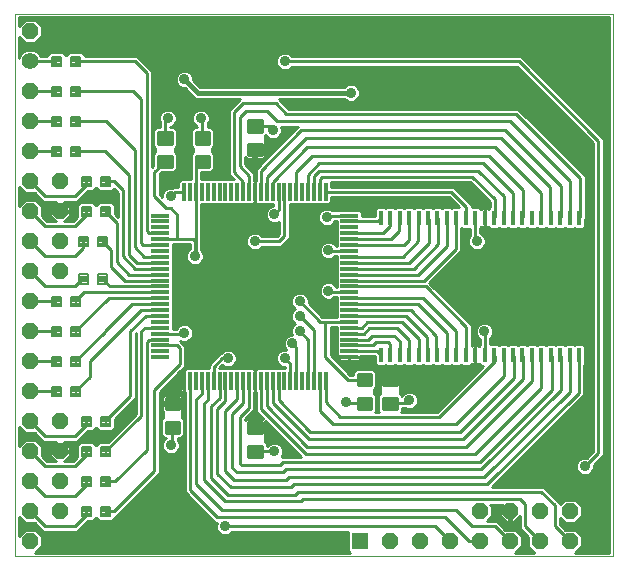
<source format=gtl>
G75*
G70*
%OFA0B0*%
%FSLAX24Y24*%
%IPPOS*%
%LPD*%
%AMOC8*
5,1,8,0,0,1.08239X$1,22.5*
%
%ADD10C,0.0000*%
%ADD11OC8,0.0555*%
%ADD12C,0.0555*%
%ADD13R,0.0591X0.0138*%
%ADD14R,0.0138X0.0591*%
%ADD15R,0.0157X0.0512*%
%ADD16R,0.0555X0.0555*%
%ADD17C,0.0094*%
%ADD18C,0.0079*%
%ADD19C,0.0350*%
%ADD20C,0.0160*%
%ADD21C,0.0100*%
D10*
X000504Y000504D02*
X000504Y018600D01*
X020424Y018600D01*
X020424Y000504D01*
X000504Y000504D01*
D11*
X001004Y001004D03*
X001004Y002004D03*
X002004Y002004D03*
X002004Y003004D03*
X002004Y004004D03*
X002004Y005004D03*
X001004Y005004D03*
X001004Y004004D03*
X001004Y003004D03*
X001004Y006004D03*
X001004Y007004D03*
X001004Y008004D03*
X001004Y009004D03*
X001004Y010004D03*
X001004Y011004D03*
X002004Y011004D03*
X002004Y010004D03*
X002004Y012004D03*
X002004Y013004D03*
X001004Y013004D03*
X001004Y014004D03*
X001004Y015004D03*
X001004Y016004D03*
X001004Y018004D03*
X001004Y012004D03*
X013004Y001004D03*
X014004Y001004D03*
X015004Y001004D03*
X016004Y001004D03*
X016004Y002004D03*
X017004Y002004D03*
X018004Y002004D03*
X019004Y002004D03*
X019004Y001004D03*
X018004Y001004D03*
X017004Y001004D03*
D12*
X001004Y017004D03*
D13*
X005354Y011866D03*
X005354Y011669D03*
X005354Y011472D03*
X005354Y011276D03*
X005354Y011079D03*
X005354Y010882D03*
X005354Y010685D03*
X005354Y010488D03*
X005354Y010291D03*
X005354Y010095D03*
X005354Y009898D03*
X005354Y009701D03*
X005354Y009504D03*
X005354Y009307D03*
X005354Y009110D03*
X005354Y008913D03*
X005354Y008717D03*
X005354Y008520D03*
X005354Y008323D03*
X005354Y008126D03*
X005354Y007929D03*
X005354Y007732D03*
X005354Y007535D03*
X005354Y007339D03*
X005354Y007142D03*
X011654Y007142D03*
X011654Y007339D03*
X011654Y007535D03*
X011654Y007732D03*
X011654Y007929D03*
X011654Y008126D03*
X011654Y008323D03*
X011654Y008520D03*
X011654Y008717D03*
X011654Y008913D03*
X011654Y009110D03*
X011654Y009307D03*
X011654Y009504D03*
X011654Y009701D03*
X011654Y009898D03*
X011654Y010095D03*
X011654Y010291D03*
X011654Y010488D03*
X011654Y010685D03*
X011654Y010882D03*
X011654Y011079D03*
X011654Y011276D03*
X011654Y011472D03*
X011654Y011669D03*
X011654Y011866D03*
D14*
X010866Y012654D03*
X010669Y012654D03*
X010472Y012654D03*
X010276Y012654D03*
X010079Y012654D03*
X009882Y012654D03*
X009685Y012654D03*
X009488Y012654D03*
X009291Y012654D03*
X009095Y012654D03*
X008898Y012654D03*
X008701Y012654D03*
X008504Y012654D03*
X008307Y012654D03*
X008110Y012654D03*
X007913Y012654D03*
X007717Y012654D03*
X007520Y012654D03*
X007323Y012654D03*
X007126Y012654D03*
X006929Y012654D03*
X006732Y012654D03*
X006535Y012654D03*
X006339Y012654D03*
X006142Y012654D03*
X006142Y006354D03*
X006339Y006354D03*
X006535Y006354D03*
X006732Y006354D03*
X006929Y006354D03*
X007126Y006354D03*
X007323Y006354D03*
X007520Y006354D03*
X007717Y006354D03*
X007913Y006354D03*
X008110Y006354D03*
X008307Y006354D03*
X008504Y006354D03*
X008701Y006354D03*
X008898Y006354D03*
X009095Y006354D03*
X009291Y006354D03*
X009488Y006354D03*
X009685Y006354D03*
X009882Y006354D03*
X010079Y006354D03*
X010276Y006354D03*
X010472Y006354D03*
X010669Y006354D03*
X010866Y006354D03*
D15*
X012697Y007220D03*
X013012Y007220D03*
X013327Y007220D03*
X013642Y007220D03*
X013957Y007220D03*
X014272Y007220D03*
X014587Y007220D03*
X014902Y007220D03*
X015217Y007220D03*
X015531Y007220D03*
X015846Y007220D03*
X016161Y007220D03*
X016476Y007220D03*
X016791Y007220D03*
X017106Y007220D03*
X017421Y007220D03*
X017736Y007220D03*
X018051Y007220D03*
X018366Y007220D03*
X018681Y007220D03*
X018996Y007220D03*
X019311Y007220D03*
X019311Y011787D03*
X018996Y011787D03*
X018681Y011787D03*
X018366Y011787D03*
X018051Y011787D03*
X017736Y011787D03*
X017421Y011787D03*
X017106Y011787D03*
X016791Y011787D03*
X016476Y011787D03*
X016161Y011787D03*
X015846Y011787D03*
X015531Y011787D03*
X015217Y011787D03*
X014902Y011787D03*
X014587Y011787D03*
X014272Y011787D03*
X013957Y011787D03*
X013642Y011787D03*
X013327Y011787D03*
X013012Y011787D03*
X012697Y011787D03*
D16*
X012004Y001004D03*
D17*
X008732Y003821D02*
X008732Y004199D01*
X008732Y003821D02*
X008276Y003821D01*
X008276Y004199D01*
X008732Y004199D01*
X008732Y003914D02*
X008276Y003914D01*
X008276Y004007D02*
X008732Y004007D01*
X008732Y004100D02*
X008276Y004100D01*
X008276Y004193D02*
X008732Y004193D01*
X008732Y004609D02*
X008732Y004987D01*
X008732Y004609D02*
X008276Y004609D01*
X008276Y004987D01*
X008732Y004987D01*
X008732Y004702D02*
X008276Y004702D01*
X008276Y004795D02*
X008732Y004795D01*
X008732Y004888D02*
X008276Y004888D01*
X008276Y004981D02*
X008732Y004981D01*
X005982Y004999D02*
X005982Y004621D01*
X005526Y004621D01*
X005526Y004999D01*
X005982Y004999D01*
X005982Y004714D02*
X005526Y004714D01*
X005526Y004807D02*
X005982Y004807D01*
X005982Y004900D02*
X005526Y004900D01*
X005526Y004993D02*
X005982Y004993D01*
X005982Y005409D02*
X005982Y005787D01*
X005982Y005409D02*
X005526Y005409D01*
X005526Y005787D01*
X005982Y005787D01*
X005982Y005502D02*
X005526Y005502D01*
X005526Y005595D02*
X005982Y005595D01*
X005982Y005688D02*
X005526Y005688D01*
X005526Y005781D02*
X005982Y005781D01*
X012382Y005799D02*
X012382Y005421D01*
X011926Y005421D01*
X011926Y005799D01*
X012382Y005799D01*
X012382Y005514D02*
X011926Y005514D01*
X011926Y005607D02*
X012382Y005607D01*
X012382Y005700D02*
X011926Y005700D01*
X011926Y005793D02*
X012382Y005793D01*
X013232Y005799D02*
X013232Y005421D01*
X012776Y005421D01*
X012776Y005799D01*
X013232Y005799D01*
X013232Y005514D02*
X012776Y005514D01*
X012776Y005607D02*
X013232Y005607D01*
X013232Y005700D02*
X012776Y005700D01*
X012776Y005793D02*
X013232Y005793D01*
X013232Y006209D02*
X013232Y006587D01*
X013232Y006209D02*
X012776Y006209D01*
X012776Y006587D01*
X013232Y006587D01*
X013232Y006302D02*
X012776Y006302D01*
X012776Y006395D02*
X013232Y006395D01*
X013232Y006488D02*
X012776Y006488D01*
X012776Y006581D02*
X013232Y006581D01*
X012382Y006587D02*
X012382Y006209D01*
X011926Y006209D01*
X011926Y006587D01*
X012382Y006587D01*
X012382Y006302D02*
X011926Y006302D01*
X011926Y006395D02*
X012382Y006395D01*
X012382Y006488D02*
X011926Y006488D01*
X011926Y006581D02*
X012382Y006581D01*
X006526Y013471D02*
X006526Y013849D01*
X006982Y013849D01*
X006982Y013471D01*
X006526Y013471D01*
X006526Y013564D02*
X006982Y013564D01*
X006982Y013657D02*
X006526Y013657D01*
X006526Y013750D02*
X006982Y013750D01*
X006982Y013843D02*
X006526Y013843D01*
X006526Y014259D02*
X006526Y014637D01*
X006982Y014637D01*
X006982Y014259D01*
X006526Y014259D01*
X006526Y014352D02*
X006982Y014352D01*
X006982Y014445D02*
X006526Y014445D01*
X006526Y014538D02*
X006982Y014538D01*
X006982Y014631D02*
X006526Y014631D01*
X005276Y014637D02*
X005276Y014259D01*
X005276Y014637D02*
X005732Y014637D01*
X005732Y014259D01*
X005276Y014259D01*
X005276Y014352D02*
X005732Y014352D01*
X005732Y014445D02*
X005276Y014445D01*
X005276Y014538D02*
X005732Y014538D01*
X005732Y014631D02*
X005276Y014631D01*
X005276Y013849D02*
X005276Y013471D01*
X005276Y013849D02*
X005732Y013849D01*
X005732Y013471D01*
X005276Y013471D01*
X005276Y013564D02*
X005732Y013564D01*
X005732Y013657D02*
X005276Y013657D01*
X005276Y013750D02*
X005732Y013750D01*
X005732Y013843D02*
X005276Y013843D01*
X008276Y013871D02*
X008276Y014249D01*
X008732Y014249D01*
X008732Y013871D01*
X008276Y013871D01*
X008276Y013964D02*
X008732Y013964D01*
X008732Y014057D02*
X008276Y014057D01*
X008276Y014150D02*
X008732Y014150D01*
X008732Y014243D02*
X008276Y014243D01*
X008276Y014659D02*
X008276Y015037D01*
X008732Y015037D01*
X008732Y014659D01*
X008276Y014659D01*
X008276Y014752D02*
X008732Y014752D01*
X008732Y014845D02*
X008276Y014845D01*
X008276Y014938D02*
X008732Y014938D01*
X008732Y015031D02*
X008276Y015031D01*
D18*
X003677Y012846D02*
X003361Y012846D01*
X003361Y013162D01*
X003677Y013162D01*
X003677Y012846D01*
X003677Y012924D02*
X003361Y012924D01*
X003361Y013002D02*
X003677Y013002D01*
X003677Y013080D02*
X003361Y013080D01*
X003361Y013158D02*
X003677Y013158D01*
X003047Y012846D02*
X002731Y012846D01*
X002731Y013162D01*
X003047Y013162D01*
X003047Y012846D01*
X003047Y012924D02*
X002731Y012924D01*
X002731Y013002D02*
X003047Y013002D01*
X003047Y013080D02*
X002731Y013080D01*
X002731Y013158D02*
X003047Y013158D01*
X002677Y013846D02*
X002361Y013846D01*
X002361Y014162D01*
X002677Y014162D01*
X002677Y013846D01*
X002677Y013924D02*
X002361Y013924D01*
X002361Y014002D02*
X002677Y014002D01*
X002677Y014080D02*
X002361Y014080D01*
X002361Y014158D02*
X002677Y014158D01*
X002047Y013846D02*
X001731Y013846D01*
X001731Y014162D01*
X002047Y014162D01*
X002047Y013846D01*
X002047Y013924D02*
X001731Y013924D01*
X001731Y014002D02*
X002047Y014002D01*
X002047Y014080D02*
X001731Y014080D01*
X001731Y014158D02*
X002047Y014158D01*
X002047Y014846D02*
X001731Y014846D01*
X001731Y015162D01*
X002047Y015162D01*
X002047Y014846D01*
X002047Y014924D02*
X001731Y014924D01*
X001731Y015002D02*
X002047Y015002D01*
X002047Y015080D02*
X001731Y015080D01*
X001731Y015158D02*
X002047Y015158D01*
X002361Y014846D02*
X002677Y014846D01*
X002361Y014846D02*
X002361Y015162D01*
X002677Y015162D01*
X002677Y014846D01*
X002677Y014924D02*
X002361Y014924D01*
X002361Y015002D02*
X002677Y015002D01*
X002677Y015080D02*
X002361Y015080D01*
X002361Y015158D02*
X002677Y015158D01*
X002677Y015846D02*
X002361Y015846D01*
X002361Y016162D01*
X002677Y016162D01*
X002677Y015846D01*
X002677Y015924D02*
X002361Y015924D01*
X002361Y016002D02*
X002677Y016002D01*
X002677Y016080D02*
X002361Y016080D01*
X002361Y016158D02*
X002677Y016158D01*
X002047Y015846D02*
X001731Y015846D01*
X001731Y016162D01*
X002047Y016162D01*
X002047Y015846D01*
X002047Y015924D02*
X001731Y015924D01*
X001731Y016002D02*
X002047Y016002D01*
X002047Y016080D02*
X001731Y016080D01*
X001731Y016158D02*
X002047Y016158D01*
X002047Y016846D02*
X001731Y016846D01*
X001731Y017162D01*
X002047Y017162D01*
X002047Y016846D01*
X002047Y016924D02*
X001731Y016924D01*
X001731Y017002D02*
X002047Y017002D01*
X002047Y017080D02*
X001731Y017080D01*
X001731Y017158D02*
X002047Y017158D01*
X002361Y016846D02*
X002677Y016846D01*
X002361Y016846D02*
X002361Y017162D01*
X002677Y017162D01*
X002677Y016846D01*
X002677Y016924D02*
X002361Y016924D01*
X002361Y017002D02*
X002677Y017002D01*
X002677Y017080D02*
X002361Y017080D01*
X002361Y017158D02*
X002677Y017158D01*
X002731Y011846D02*
X003047Y011846D01*
X002731Y011846D02*
X002731Y012162D01*
X003047Y012162D01*
X003047Y011846D01*
X003047Y011924D02*
X002731Y011924D01*
X002731Y012002D02*
X003047Y012002D01*
X003047Y012080D02*
X002731Y012080D01*
X002731Y012158D02*
X003047Y012158D01*
X003361Y011846D02*
X003677Y011846D01*
X003361Y011846D02*
X003361Y012162D01*
X003677Y012162D01*
X003677Y011846D01*
X003677Y011924D02*
X003361Y011924D01*
X003361Y012002D02*
X003677Y012002D01*
X003677Y012080D02*
X003361Y012080D01*
X003361Y012158D02*
X003677Y012158D01*
X003577Y010846D02*
X003261Y010846D01*
X003261Y011162D01*
X003577Y011162D01*
X003577Y010846D01*
X003577Y010924D02*
X003261Y010924D01*
X003261Y011002D02*
X003577Y011002D01*
X003577Y011080D02*
X003261Y011080D01*
X003261Y011158D02*
X003577Y011158D01*
X002947Y010846D02*
X002631Y010846D01*
X002631Y011162D01*
X002947Y011162D01*
X002947Y010846D01*
X002947Y010924D02*
X002631Y010924D01*
X002631Y011002D02*
X002947Y011002D01*
X002947Y011080D02*
X002631Y011080D01*
X002631Y011158D02*
X002947Y011158D01*
X002947Y009596D02*
X002631Y009596D01*
X002631Y009912D01*
X002947Y009912D01*
X002947Y009596D01*
X002947Y009674D02*
X002631Y009674D01*
X002631Y009752D02*
X002947Y009752D01*
X002947Y009830D02*
X002631Y009830D01*
X002631Y009908D02*
X002947Y009908D01*
X003261Y009596D02*
X003577Y009596D01*
X003261Y009596D02*
X003261Y009912D01*
X003577Y009912D01*
X003577Y009596D01*
X003577Y009674D02*
X003261Y009674D01*
X003261Y009752D02*
X003577Y009752D01*
X003577Y009830D02*
X003261Y009830D01*
X003261Y009908D02*
X003577Y009908D01*
X002677Y008846D02*
X002361Y008846D01*
X002361Y009162D01*
X002677Y009162D01*
X002677Y008846D01*
X002677Y008924D02*
X002361Y008924D01*
X002361Y009002D02*
X002677Y009002D01*
X002677Y009080D02*
X002361Y009080D01*
X002361Y009158D02*
X002677Y009158D01*
X002047Y008846D02*
X001731Y008846D01*
X001731Y009162D01*
X002047Y009162D01*
X002047Y008846D01*
X002047Y008924D02*
X001731Y008924D01*
X001731Y009002D02*
X002047Y009002D01*
X002047Y009080D02*
X001731Y009080D01*
X001731Y009158D02*
X002047Y009158D01*
X002047Y007846D02*
X001731Y007846D01*
X001731Y008162D01*
X002047Y008162D01*
X002047Y007846D01*
X002047Y007924D02*
X001731Y007924D01*
X001731Y008002D02*
X002047Y008002D01*
X002047Y008080D02*
X001731Y008080D01*
X001731Y008158D02*
X002047Y008158D01*
X002361Y007846D02*
X002677Y007846D01*
X002361Y007846D02*
X002361Y008162D01*
X002677Y008162D01*
X002677Y007846D01*
X002677Y007924D02*
X002361Y007924D01*
X002361Y008002D02*
X002677Y008002D01*
X002677Y008080D02*
X002361Y008080D01*
X002361Y008158D02*
X002677Y008158D01*
X002677Y006846D02*
X002361Y006846D01*
X002361Y007162D01*
X002677Y007162D01*
X002677Y006846D01*
X002677Y006924D02*
X002361Y006924D01*
X002361Y007002D02*
X002677Y007002D01*
X002677Y007080D02*
X002361Y007080D01*
X002361Y007158D02*
X002677Y007158D01*
X002047Y006846D02*
X001731Y006846D01*
X001731Y007162D01*
X002047Y007162D01*
X002047Y006846D01*
X002047Y006924D02*
X001731Y006924D01*
X001731Y007002D02*
X002047Y007002D01*
X002047Y007080D02*
X001731Y007080D01*
X001731Y007158D02*
X002047Y007158D01*
X002047Y005846D02*
X001731Y005846D01*
X001731Y006162D01*
X002047Y006162D01*
X002047Y005846D01*
X002047Y005924D02*
X001731Y005924D01*
X001731Y006002D02*
X002047Y006002D01*
X002047Y006080D02*
X001731Y006080D01*
X001731Y006158D02*
X002047Y006158D01*
X002361Y005846D02*
X002677Y005846D01*
X002361Y005846D02*
X002361Y006162D01*
X002677Y006162D01*
X002677Y005846D01*
X002677Y005924D02*
X002361Y005924D01*
X002361Y006002D02*
X002677Y006002D01*
X002677Y006080D02*
X002361Y006080D01*
X002361Y006158D02*
X002677Y006158D01*
X002731Y004846D02*
X003047Y004846D01*
X002731Y004846D02*
X002731Y005162D01*
X003047Y005162D01*
X003047Y004846D01*
X003047Y004924D02*
X002731Y004924D01*
X002731Y005002D02*
X003047Y005002D01*
X003047Y005080D02*
X002731Y005080D01*
X002731Y005158D02*
X003047Y005158D01*
X003361Y004846D02*
X003677Y004846D01*
X003361Y004846D02*
X003361Y005162D01*
X003677Y005162D01*
X003677Y004846D01*
X003677Y004924D02*
X003361Y004924D01*
X003361Y005002D02*
X003677Y005002D01*
X003677Y005080D02*
X003361Y005080D01*
X003361Y005158D02*
X003677Y005158D01*
X003677Y003846D02*
X003361Y003846D01*
X003361Y004162D01*
X003677Y004162D01*
X003677Y003846D01*
X003677Y003924D02*
X003361Y003924D01*
X003361Y004002D02*
X003677Y004002D01*
X003677Y004080D02*
X003361Y004080D01*
X003361Y004158D02*
X003677Y004158D01*
X003047Y003846D02*
X002731Y003846D01*
X002731Y004162D01*
X003047Y004162D01*
X003047Y003846D01*
X003047Y003924D02*
X002731Y003924D01*
X002731Y004002D02*
X003047Y004002D01*
X003047Y004080D02*
X002731Y004080D01*
X002731Y004158D02*
X003047Y004158D01*
X003047Y002846D02*
X002731Y002846D01*
X002731Y003162D01*
X003047Y003162D01*
X003047Y002846D01*
X003047Y002924D02*
X002731Y002924D01*
X002731Y003002D02*
X003047Y003002D01*
X003047Y003080D02*
X002731Y003080D01*
X002731Y003158D02*
X003047Y003158D01*
X003361Y002846D02*
X003677Y002846D01*
X003361Y002846D02*
X003361Y003162D01*
X003677Y003162D01*
X003677Y002846D01*
X003677Y002924D02*
X003361Y002924D01*
X003361Y003002D02*
X003677Y003002D01*
X003677Y003080D02*
X003361Y003080D01*
X003361Y003158D02*
X003677Y003158D01*
X003677Y001846D02*
X003361Y001846D01*
X003361Y002162D01*
X003677Y002162D01*
X003677Y001846D01*
X003677Y001924D02*
X003361Y001924D01*
X003361Y002002D02*
X003677Y002002D01*
X003677Y002080D02*
X003361Y002080D01*
X003361Y002158D02*
X003677Y002158D01*
X003047Y001846D02*
X002731Y001846D01*
X002731Y002162D01*
X003047Y002162D01*
X003047Y001846D01*
X003047Y001924D02*
X002731Y001924D01*
X002731Y002002D02*
X003047Y002002D01*
X003047Y002080D02*
X002731Y002080D01*
X002731Y002158D02*
X003047Y002158D01*
D19*
X004504Y001504D03*
X005704Y004204D03*
X007504Y001504D03*
X009154Y004004D03*
X011554Y005654D03*
X013654Y005704D03*
X016154Y008004D03*
X015904Y011004D03*
X010954Y010704D03*
X010904Y011804D03*
X009154Y011904D03*
X008504Y011004D03*
X007504Y010504D03*
X006504Y010504D03*
X005704Y012504D03*
X005504Y013004D03*
X005604Y015104D03*
X006704Y015104D03*
X006154Y016404D03*
X008904Y017404D03*
X009504Y017004D03*
X011704Y015954D03*
X009104Y014704D03*
X010954Y009354D03*
X010004Y009004D03*
X010004Y008504D03*
X010004Y008004D03*
X009754Y007604D03*
X009504Y007104D03*
X007604Y007104D03*
X006154Y007954D03*
X018304Y003004D03*
X019504Y003504D03*
D20*
X018554Y003004D02*
X018304Y003004D01*
X005604Y013004D02*
X005504Y013004D01*
X006604Y015954D02*
X006154Y016404D01*
X006604Y015954D02*
X011704Y015954D01*
X009004Y017454D02*
X008954Y017404D01*
X008904Y017404D01*
X005004Y001504D02*
X004504Y001504D01*
D21*
X004022Y001982D02*
X006835Y001982D01*
X006737Y002081D02*
X004121Y002081D01*
X004220Y002179D02*
X006638Y002179D01*
X006540Y002278D02*
X004318Y002278D01*
X004417Y002376D02*
X006441Y002376D01*
X006343Y002475D02*
X004515Y002475D01*
X004614Y002573D02*
X006244Y002573D01*
X006169Y002649D02*
X007084Y001734D01*
X007184Y001634D01*
X007239Y001634D01*
X007209Y001563D01*
X007209Y001445D01*
X007254Y001337D01*
X007337Y001254D01*
X007445Y001209D01*
X007563Y001209D01*
X007671Y001254D01*
X007751Y001334D01*
X011609Y001334D01*
X011606Y001331D01*
X011606Y000677D01*
X011659Y000624D01*
X001186Y000624D01*
X001401Y000839D01*
X001401Y001169D01*
X001169Y001401D01*
X000839Y001401D01*
X000624Y001186D01*
X000624Y001822D01*
X000839Y001606D01*
X001161Y001606D01*
X001434Y001334D01*
X001574Y001334D01*
X002574Y001334D01*
X002674Y001434D01*
X002927Y001687D01*
X003112Y001687D01*
X003204Y001779D01*
X003295Y001687D01*
X003742Y001687D01*
X003836Y001780D01*
X003836Y001834D01*
X003874Y001834D01*
X003974Y001934D01*
X005324Y003284D01*
X005324Y003424D01*
X005324Y005984D01*
X006013Y006672D01*
X006013Y006354D01*
X006013Y006034D01*
X006048Y005999D01*
X006141Y005999D01*
X006141Y006354D01*
X006013Y006354D01*
X006141Y006354D01*
X006141Y006354D01*
X006142Y006354D01*
X006142Y005999D01*
X006160Y005999D01*
X006169Y005990D01*
X006169Y002790D01*
X006169Y002649D01*
X006169Y002672D02*
X004712Y002672D01*
X004811Y002770D02*
X006169Y002770D01*
X006169Y002869D02*
X004909Y002869D01*
X005008Y002968D02*
X006169Y002968D01*
X006169Y003066D02*
X005106Y003066D01*
X005205Y003165D02*
X006169Y003165D01*
X006169Y003263D02*
X005304Y003263D01*
X005324Y003362D02*
X006169Y003362D01*
X006169Y003460D02*
X005324Y003460D01*
X005324Y003559D02*
X006169Y003559D01*
X006169Y003657D02*
X005324Y003657D01*
X005324Y003756D02*
X006169Y003756D01*
X006169Y003854D02*
X005324Y003854D01*
X005324Y003953D02*
X005539Y003953D01*
X005537Y003954D02*
X005645Y003909D01*
X005763Y003909D01*
X005871Y003954D01*
X005954Y004037D01*
X005999Y004145D01*
X005999Y004263D01*
X005954Y004371D01*
X005924Y004401D01*
X005924Y004454D01*
X006052Y004454D01*
X006149Y004552D01*
X006149Y005068D01*
X006079Y005138D01*
X006079Y005343D01*
X006074Y005348D01*
X006089Y005364D01*
X006089Y005548D01*
X005804Y005548D01*
X005804Y005648D01*
X005704Y005648D01*
X005704Y005894D01*
X005481Y005894D01*
X005418Y005831D01*
X005418Y005648D01*
X005704Y005648D01*
X005704Y005548D01*
X005418Y005548D01*
X005418Y005364D01*
X005434Y005348D01*
X005428Y005343D01*
X005428Y005301D01*
X005428Y005138D01*
X005358Y005068D01*
X005358Y004552D01*
X005456Y004454D01*
X005537Y004454D01*
X005537Y004454D01*
X005454Y004371D01*
X005409Y004263D01*
X005409Y004145D01*
X005454Y004037D01*
X005537Y003954D01*
X005448Y004051D02*
X005324Y004051D01*
X005324Y004150D02*
X005409Y004150D01*
X005409Y004249D02*
X005324Y004249D01*
X005324Y004347D02*
X005444Y004347D01*
X005529Y004446D02*
X005324Y004446D01*
X005324Y004544D02*
X005366Y004544D01*
X005358Y004643D02*
X005324Y004643D01*
X005324Y004741D02*
X005358Y004741D01*
X005358Y004840D02*
X005324Y004840D01*
X005324Y004938D02*
X005358Y004938D01*
X005358Y005037D02*
X005324Y005037D01*
X005324Y005135D02*
X005425Y005135D01*
X005428Y005234D02*
X005324Y005234D01*
X005324Y005333D02*
X005428Y005333D01*
X005418Y005431D02*
X005324Y005431D01*
X005324Y005530D02*
X005418Y005530D01*
X005324Y005628D02*
X005704Y005628D01*
X005754Y005598D02*
X005754Y006104D01*
X006004Y006354D01*
X006142Y006354D01*
X006142Y006355D02*
X006141Y006355D01*
X006141Y006710D01*
X006050Y006710D01*
X006174Y006834D01*
X006174Y006974D01*
X006174Y007524D01*
X006074Y007624D01*
X006000Y007699D01*
X006095Y007659D01*
X006213Y007659D01*
X006321Y007704D01*
X006404Y007787D01*
X006449Y007895D01*
X006449Y008013D01*
X006404Y008121D01*
X006321Y008204D01*
X006213Y008249D01*
X006095Y008249D01*
X005987Y008204D01*
X005904Y008121D01*
X005895Y008099D01*
X005770Y008099D01*
X005770Y008245D01*
X005770Y008441D01*
X005770Y008638D01*
X005770Y008835D01*
X005770Y009032D01*
X005770Y009229D01*
X005770Y009426D01*
X005770Y009623D01*
X005770Y009819D01*
X005770Y010016D01*
X005770Y010213D01*
X005770Y010410D01*
X005770Y010607D01*
X005770Y010804D01*
X005770Y010909D01*
X005841Y010909D01*
X005982Y010909D01*
X006334Y010909D01*
X006334Y010751D01*
X006254Y010671D01*
X006209Y010563D01*
X006209Y010445D01*
X006254Y010337D01*
X006337Y010254D01*
X006445Y010209D01*
X006563Y010209D01*
X006671Y010254D01*
X006754Y010337D01*
X006799Y010445D01*
X006799Y010563D01*
X006754Y010671D01*
X006705Y010720D01*
X006705Y012238D01*
X006851Y012238D01*
X007048Y012238D01*
X007245Y012238D01*
X007441Y012238D01*
X007638Y012238D01*
X007795Y012238D01*
X008032Y012238D01*
X008229Y012238D01*
X008426Y012238D01*
X008486Y012298D01*
X008504Y012298D01*
X008522Y012298D01*
X008582Y012238D01*
X008819Y012238D01*
X009016Y012238D01*
X009121Y012238D01*
X009121Y012199D01*
X009095Y012199D01*
X008987Y012154D01*
X008904Y012071D01*
X008859Y011963D01*
X008859Y011845D01*
X008904Y011737D01*
X008987Y011654D01*
X009095Y011609D01*
X009213Y011609D01*
X009318Y011653D01*
X009318Y011259D01*
X009234Y011174D01*
X008751Y011174D01*
X008671Y011254D01*
X008563Y011299D01*
X008445Y011299D01*
X008337Y011254D01*
X008254Y011171D01*
X008209Y011063D01*
X008209Y010945D01*
X008254Y010837D01*
X008337Y010754D01*
X008445Y010709D01*
X008563Y010709D01*
X008671Y010754D01*
X008751Y010834D01*
X009374Y010834D01*
X009474Y010934D01*
X009658Y011118D01*
X009658Y011259D01*
X009658Y012238D01*
X009804Y012238D01*
X010001Y012238D01*
X010197Y012238D01*
X010394Y012238D01*
X010591Y012238D01*
X010788Y012238D01*
X010985Y012238D01*
X011055Y012309D01*
X011055Y012484D01*
X014984Y012484D01*
X015304Y012163D01*
X015088Y012163D01*
X015059Y012134D01*
X015030Y012163D01*
X014773Y012163D01*
X014744Y012134D01*
X014715Y012163D01*
X014458Y012163D01*
X014429Y012134D01*
X014400Y012163D01*
X014143Y012163D01*
X014114Y012134D01*
X014085Y012163D01*
X013828Y012163D01*
X013799Y012134D01*
X013770Y012163D01*
X013513Y012163D01*
X013484Y012134D01*
X013455Y012163D01*
X013198Y012163D01*
X013169Y012134D01*
X013140Y012163D01*
X012883Y012163D01*
X012854Y012134D01*
X012825Y012163D01*
X012568Y012163D01*
X012498Y012093D01*
X012498Y011839D01*
X012069Y011839D01*
X012069Y011985D01*
X011999Y012055D01*
X011309Y012055D01*
X011290Y012036D01*
X011089Y012036D01*
X011071Y012054D01*
X010963Y012099D01*
X010845Y012099D01*
X010737Y012054D01*
X010654Y011971D01*
X010609Y011863D01*
X010609Y011745D01*
X010654Y011637D01*
X010737Y011554D01*
X010845Y011509D01*
X010963Y011509D01*
X011071Y011554D01*
X011154Y011637D01*
X011179Y011696D01*
X011238Y011696D01*
X011238Y011551D01*
X011238Y011354D01*
X011238Y011157D01*
X011238Y010960D01*
X011238Y010855D01*
X011211Y010855D01*
X011204Y010871D01*
X011121Y010954D01*
X011013Y010999D01*
X010895Y010999D01*
X010787Y010954D01*
X010704Y010871D01*
X010659Y010763D01*
X010659Y010645D01*
X010704Y010537D01*
X010787Y010454D01*
X010895Y010409D01*
X011013Y010409D01*
X011121Y010454D01*
X011182Y010515D01*
X011238Y010515D01*
X011238Y010370D01*
X011238Y010173D01*
X011238Y009976D01*
X011238Y009779D01*
X011238Y009582D01*
X011238Y009477D01*
X011222Y009477D01*
X011204Y009521D01*
X011121Y009604D01*
X011013Y009649D01*
X010895Y009649D01*
X010787Y009604D01*
X010704Y009521D01*
X010659Y009413D01*
X010659Y009295D01*
X010704Y009187D01*
X010787Y009104D01*
X010895Y009059D01*
X011013Y009059D01*
X011121Y009104D01*
X011154Y009137D01*
X011238Y009137D01*
X011238Y008992D01*
X011238Y008835D01*
X011238Y008598D01*
X011238Y008493D01*
X010755Y008493D01*
X010299Y008949D01*
X010299Y009063D01*
X010254Y009171D01*
X010171Y009254D01*
X010063Y009299D01*
X009945Y009299D01*
X009837Y009254D01*
X009754Y009171D01*
X009709Y009063D01*
X009709Y008945D01*
X009754Y008837D01*
X009837Y008754D01*
X009754Y008671D01*
X009709Y008563D01*
X009709Y008445D01*
X009754Y008337D01*
X009837Y008254D01*
X009754Y008171D01*
X009709Y008063D01*
X009709Y007945D01*
X009728Y007899D01*
X009695Y007899D01*
X009587Y007854D01*
X009504Y007771D01*
X009459Y007663D01*
X009459Y007545D01*
X009504Y007437D01*
X009542Y007399D01*
X009445Y007399D01*
X009337Y007354D01*
X009254Y007271D01*
X009209Y007163D01*
X009209Y007045D01*
X009254Y006937D01*
X009337Y006854D01*
X009445Y006809D01*
X009515Y006809D01*
X009515Y006770D01*
X009370Y006770D01*
X009173Y006770D01*
X008976Y006770D01*
X008779Y006770D01*
X008582Y006770D01*
X008522Y006710D01*
X008504Y006710D01*
X008504Y006355D01*
X008504Y006355D01*
X008504Y006710D01*
X008486Y006710D01*
X008426Y006770D01*
X008188Y006770D01*
X007992Y006770D01*
X007795Y006770D01*
X007598Y006770D01*
X007401Y006770D01*
X007310Y006770D01*
X007416Y006875D01*
X007437Y006854D01*
X007545Y006809D01*
X007663Y006809D01*
X007771Y006854D01*
X007854Y006937D01*
X007899Y007045D01*
X007899Y007163D01*
X007854Y007271D01*
X007771Y007354D01*
X007663Y007399D01*
X007545Y007399D01*
X007437Y007354D01*
X007357Y007274D01*
X007334Y007274D01*
X007234Y007174D01*
X006956Y006896D01*
X006956Y006770D01*
X006811Y006770D01*
X006614Y006770D01*
X006417Y006770D01*
X006220Y006770D01*
X006160Y006710D01*
X006142Y006710D01*
X006142Y006355D01*
X006141Y006318D02*
X006142Y006318D01*
X006141Y006219D02*
X006142Y006219D01*
X006141Y006121D02*
X006142Y006121D01*
X006141Y006022D02*
X006142Y006022D01*
X006169Y005924D02*
X005324Y005924D01*
X005324Y005825D02*
X005418Y005825D01*
X005418Y005727D02*
X005324Y005727D01*
X005363Y006022D02*
X006025Y006022D01*
X006013Y006121D02*
X005461Y006121D01*
X005560Y006219D02*
X006013Y006219D01*
X006013Y006318D02*
X005658Y006318D01*
X005757Y006417D02*
X006013Y006417D01*
X006013Y006515D02*
X005855Y006515D01*
X005954Y006614D02*
X006013Y006614D01*
X006053Y006712D02*
X006163Y006712D01*
X006151Y006811D02*
X006956Y006811D01*
X006969Y006909D02*
X006174Y006909D01*
X006174Y007008D02*
X007067Y007008D01*
X007166Y007106D02*
X006174Y007106D01*
X006174Y007205D02*
X007264Y007205D01*
X007234Y007174D02*
X007234Y007174D01*
X007404Y007104D02*
X007604Y007104D01*
X007404Y007104D02*
X007126Y006826D01*
X007126Y006354D01*
X006929Y006354D02*
X006929Y005729D01*
X006804Y005604D01*
X006804Y003054D01*
X007504Y002354D01*
X010054Y002354D01*
X010104Y002404D01*
X017354Y002404D01*
X017504Y002254D01*
X017504Y001504D01*
X018004Y001004D01*
X017606Y000997D02*
X017401Y000997D01*
X017401Y001095D02*
X017606Y001095D01*
X017606Y001161D02*
X017606Y000839D01*
X017822Y000624D01*
X017186Y000624D01*
X017401Y000839D01*
X017401Y001169D01*
X017169Y001401D01*
X016847Y001401D01*
X016574Y001674D01*
X016434Y001674D01*
X016236Y001674D01*
X016401Y001839D01*
X016401Y002169D01*
X016336Y002234D01*
X016757Y002234D01*
X016666Y002144D01*
X016666Y002033D01*
X016975Y002033D01*
X016975Y001975D01*
X017033Y001975D01*
X017033Y001666D01*
X017144Y001666D01*
X017334Y001857D01*
X017334Y001574D01*
X017334Y001434D01*
X017606Y001161D01*
X017574Y001194D02*
X017376Y001194D01*
X017278Y001292D02*
X017475Y001292D01*
X017377Y001391D02*
X017179Y001391D01*
X017334Y001489D02*
X016759Y001489D01*
X016660Y001588D02*
X017334Y001588D01*
X017334Y001686D02*
X017164Y001686D01*
X017033Y001686D02*
X016975Y001686D01*
X016975Y001666D02*
X016864Y001666D01*
X016666Y001864D01*
X016666Y001975D01*
X016975Y001975D01*
X016975Y001666D01*
X016975Y001785D02*
X017033Y001785D01*
X017033Y001884D02*
X016975Y001884D01*
X016975Y001982D02*
X016401Y001982D01*
X016401Y001884D02*
X016666Y001884D01*
X016746Y001785D02*
X016347Y001785D01*
X016249Y001686D02*
X016844Y001686D01*
X016504Y001504D02*
X017004Y001004D01*
X017263Y000701D02*
X017745Y000701D01*
X017646Y000800D02*
X017362Y000800D01*
X017401Y000898D02*
X017606Y000898D01*
X018504Y001504D02*
X019004Y001004D01*
X019278Y001292D02*
X020304Y001292D01*
X020304Y001194D02*
X019376Y001194D01*
X019401Y001169D02*
X019169Y001401D01*
X018847Y001401D01*
X018674Y001574D01*
X018674Y001772D01*
X018839Y001606D01*
X019169Y001606D01*
X019401Y001839D01*
X019401Y002169D01*
X019169Y002401D01*
X018839Y002401D01*
X018674Y002236D01*
X018674Y002274D01*
X018124Y002824D01*
X017984Y002824D01*
X016414Y002824D01*
X019474Y005884D01*
X019474Y006024D01*
X019474Y006879D01*
X019510Y006915D01*
X019510Y007526D01*
X019439Y007596D01*
X019183Y007596D01*
X019154Y007567D01*
X019124Y007596D01*
X018868Y007596D01*
X018839Y007567D01*
X018810Y007596D01*
X018553Y007596D01*
X018524Y007567D01*
X018495Y007596D01*
X018238Y007596D01*
X018209Y007567D01*
X018180Y007596D01*
X017923Y007596D01*
X017894Y007567D01*
X017865Y007596D01*
X017608Y007596D01*
X017579Y007567D01*
X017550Y007596D01*
X017293Y007596D01*
X017264Y007567D01*
X017235Y007596D01*
X016978Y007596D01*
X016949Y007567D01*
X016920Y007596D01*
X016663Y007596D01*
X016634Y007567D01*
X016605Y007596D01*
X016348Y007596D01*
X016331Y007580D01*
X016331Y007764D01*
X016404Y007837D01*
X016449Y007945D01*
X016449Y008063D01*
X016404Y008171D01*
X016321Y008254D01*
X016213Y008299D01*
X016095Y008299D01*
X015987Y008254D01*
X015904Y008171D01*
X015859Y008063D01*
X015859Y007945D01*
X015904Y007837D01*
X015987Y007754D01*
X015991Y007752D01*
X015991Y007555D01*
X015963Y007526D01*
X015963Y007524D01*
X015950Y007536D01*
X015847Y007536D01*
X015847Y007221D01*
X015846Y007221D01*
X015846Y007536D01*
X015743Y007536D01*
X015730Y007524D01*
X015730Y007526D01*
X015724Y007532D01*
X015724Y008224D01*
X015624Y008324D01*
X014319Y009629D01*
X015274Y010584D01*
X015374Y010684D01*
X015374Y011440D01*
X015374Y011441D01*
X015403Y011411D01*
X015660Y011411D01*
X015676Y011428D01*
X015676Y011194D01*
X015654Y011171D01*
X015609Y011063D01*
X015609Y010945D01*
X015654Y010837D01*
X015737Y010754D01*
X015845Y010709D01*
X015963Y010709D01*
X016071Y010754D01*
X016154Y010837D01*
X016199Y010945D01*
X016199Y011063D01*
X016154Y011171D01*
X016071Y011254D01*
X016016Y011277D01*
X016016Y011453D01*
X016045Y011482D01*
X016045Y011484D01*
X016058Y011471D01*
X016161Y011471D01*
X016161Y011787D01*
X016162Y011787D01*
X016162Y011471D01*
X016265Y011471D01*
X016278Y011484D01*
X016278Y011482D01*
X016348Y011411D01*
X016605Y011411D01*
X016634Y011441D01*
X016663Y011411D01*
X016920Y011411D01*
X016949Y011441D01*
X016978Y011411D01*
X017235Y011411D01*
X017264Y011441D01*
X017293Y011411D01*
X017550Y011411D01*
X017579Y011441D01*
X017608Y011411D01*
X017865Y011411D01*
X017894Y011441D01*
X017923Y011411D01*
X018180Y011411D01*
X018209Y011441D01*
X018238Y011411D01*
X018495Y011411D01*
X018524Y011441D01*
X018553Y011411D01*
X018810Y011411D01*
X018839Y011441D01*
X018868Y011411D01*
X019124Y011411D01*
X019154Y011441D01*
X019183Y011411D01*
X019439Y011411D01*
X019510Y011482D01*
X019510Y011746D01*
X019524Y011760D01*
X019524Y011901D01*
X019524Y013174D01*
X019424Y013274D01*
X017274Y015424D01*
X017134Y015424D01*
X009624Y015424D01*
X009294Y015754D01*
X011487Y015754D01*
X011537Y015704D01*
X011645Y015659D01*
X011763Y015659D01*
X011871Y015704D01*
X011954Y015787D01*
X011999Y015895D01*
X011999Y016013D01*
X011954Y016121D01*
X011871Y016204D01*
X011763Y016249D01*
X011645Y016249D01*
X011537Y016204D01*
X011487Y016154D01*
X006687Y016154D01*
X006449Y016392D01*
X006449Y016463D01*
X006404Y016571D01*
X006321Y016654D01*
X006213Y016699D01*
X006095Y016699D01*
X005987Y016654D01*
X005904Y016571D01*
X005859Y016463D01*
X005859Y016345D01*
X005904Y016237D01*
X005987Y016154D01*
X006095Y016109D01*
X006166Y016109D01*
X006521Y015754D01*
X006687Y015754D01*
X008014Y015754D01*
X007934Y015674D01*
X007634Y015374D01*
X007634Y015234D01*
X007634Y013234D01*
X007734Y013134D01*
X007799Y013069D01*
X007795Y013069D01*
X007638Y013069D01*
X007441Y013069D01*
X007245Y013069D01*
X007048Y013069D01*
X006851Y013069D01*
X006705Y013069D01*
X006705Y013304D01*
X007052Y013304D01*
X007149Y013402D01*
X007149Y013918D01*
X007079Y013988D01*
X007079Y014119D01*
X007149Y014189D01*
X007149Y014706D01*
X007052Y014804D01*
X006924Y014804D01*
X006924Y014907D01*
X006954Y014937D01*
X006999Y015045D01*
X006999Y015163D01*
X006954Y015271D01*
X006871Y015354D01*
X006763Y015399D01*
X006645Y015399D01*
X006537Y015354D01*
X006454Y015271D01*
X006409Y015163D01*
X006409Y015045D01*
X006454Y014937D01*
X006537Y014854D01*
X006584Y014834D01*
X006584Y014804D01*
X006456Y014804D01*
X006358Y014706D01*
X006358Y014189D01*
X006428Y014119D01*
X006428Y013988D01*
X006358Y013918D01*
X006358Y013402D01*
X006365Y013395D01*
X006365Y013371D01*
X006365Y013069D01*
X006260Y013069D01*
X006023Y013069D01*
X005953Y012999D01*
X005953Y012824D01*
X005924Y012824D01*
X005783Y012824D01*
X005759Y012799D01*
X005645Y012799D01*
X005537Y012754D01*
X005454Y012671D01*
X005409Y012563D01*
X005409Y012489D01*
X005324Y012574D01*
X005324Y013240D01*
X005388Y013304D01*
X005802Y013304D01*
X005899Y013402D01*
X005899Y013918D01*
X005829Y013988D01*
X005829Y014119D01*
X005899Y014189D01*
X005899Y014706D01*
X005802Y014804D01*
X005674Y014804D01*
X005674Y014814D01*
X005771Y014854D01*
X005854Y014937D01*
X005899Y015045D01*
X005899Y015163D01*
X005854Y015271D01*
X005771Y015354D01*
X005663Y015399D01*
X005545Y015399D01*
X005437Y015354D01*
X005354Y015271D01*
X005309Y015163D01*
X005309Y015045D01*
X005334Y014985D01*
X005334Y014934D01*
X005334Y014804D01*
X005206Y014804D01*
X005108Y014706D01*
X005108Y014189D01*
X005178Y014119D01*
X005178Y013988D01*
X005108Y013918D01*
X005108Y013505D01*
X005074Y013471D01*
X005074Y016534D01*
X005074Y016674D01*
X004674Y017074D01*
X004574Y017174D01*
X002836Y017174D01*
X002836Y017227D01*
X002742Y017321D01*
X002295Y017321D01*
X002204Y017229D01*
X002112Y017321D01*
X001665Y017321D01*
X001572Y017227D01*
X001572Y017174D01*
X001364Y017174D01*
X001341Y017229D01*
X001229Y017341D01*
X001083Y017401D01*
X000925Y017401D01*
X000779Y017341D01*
X000667Y017229D01*
X000624Y017125D01*
X000624Y017822D01*
X000839Y017606D01*
X001169Y017606D01*
X001401Y017839D01*
X001401Y018169D01*
X001169Y018401D01*
X000839Y018401D01*
X000624Y018186D01*
X000624Y018480D01*
X020304Y018480D01*
X020304Y000624D01*
X019186Y000624D01*
X019401Y000839D01*
X019401Y001169D01*
X019401Y001095D02*
X020304Y001095D01*
X020304Y000997D02*
X019401Y000997D01*
X019401Y000898D02*
X020304Y000898D01*
X020304Y000800D02*
X019362Y000800D01*
X019263Y000701D02*
X020304Y000701D01*
X020304Y001391D02*
X019179Y001391D01*
X019249Y001686D02*
X020304Y001686D01*
X020304Y001588D02*
X018674Y001588D01*
X018674Y001686D02*
X018759Y001686D01*
X018759Y001489D02*
X020304Y001489D01*
X020304Y001785D02*
X019347Y001785D01*
X019401Y001884D02*
X020304Y001884D01*
X020304Y001982D02*
X019401Y001982D01*
X019401Y002081D02*
X020304Y002081D01*
X020304Y002179D02*
X019391Y002179D01*
X019292Y002278D02*
X020304Y002278D01*
X020304Y002376D02*
X019194Y002376D01*
X018814Y002376D02*
X018572Y002376D01*
X018671Y002278D02*
X018716Y002278D01*
X018504Y002204D02*
X018054Y002654D01*
X009954Y002654D01*
X009854Y002554D01*
X007604Y002554D01*
X007054Y003104D01*
X007054Y005504D01*
X007323Y005773D01*
X007323Y006354D01*
X007520Y006354D02*
X007520Y005670D01*
X007254Y005404D01*
X007254Y003254D01*
X007704Y002804D01*
X009704Y002804D01*
X009804Y002904D01*
X016254Y002904D01*
X019304Y005954D01*
X019304Y007213D01*
X019311Y007220D01*
X019510Y007205D02*
X019784Y007205D01*
X019784Y007303D02*
X019510Y007303D01*
X019510Y007402D02*
X019784Y007402D01*
X019784Y007501D02*
X019510Y007501D01*
X019784Y007599D02*
X016331Y007599D01*
X016331Y007698D02*
X019784Y007698D01*
X019784Y007796D02*
X016363Y007796D01*
X016428Y007895D02*
X019784Y007895D01*
X019784Y007993D02*
X016449Y007993D01*
X016437Y008092D02*
X019784Y008092D01*
X019784Y008190D02*
X016385Y008190D01*
X016237Y008289D02*
X019784Y008289D01*
X019784Y008387D02*
X015561Y008387D01*
X015659Y008289D02*
X016071Y008289D01*
X015923Y008190D02*
X015724Y008190D01*
X015724Y008092D02*
X015871Y008092D01*
X015859Y007993D02*
X015724Y007993D01*
X015724Y007895D02*
X015880Y007895D01*
X015945Y007796D02*
X015724Y007796D01*
X015724Y007698D02*
X015991Y007698D01*
X015991Y007599D02*
X015724Y007599D01*
X015846Y007501D02*
X015847Y007501D01*
X015846Y007402D02*
X015847Y007402D01*
X015846Y007303D02*
X015847Y007303D01*
X015847Y007220D02*
X015847Y006905D01*
X015950Y006905D01*
X015963Y006917D01*
X015963Y006915D01*
X016033Y006845D01*
X016104Y006845D01*
X014584Y005324D01*
X013371Y005324D01*
X013399Y005352D01*
X013399Y005440D01*
X013490Y005440D01*
X013520Y005440D01*
X013595Y005409D01*
X013713Y005409D01*
X013821Y005454D01*
X013904Y005537D01*
X013949Y005645D01*
X013949Y005763D01*
X013904Y005871D01*
X013821Y005954D01*
X013713Y005999D01*
X013595Y005999D01*
X013487Y005954D01*
X013404Y005871D01*
X013399Y005860D01*
X013399Y005868D01*
X013329Y005938D01*
X013329Y006143D01*
X013324Y006148D01*
X013339Y006164D01*
X013339Y006348D01*
X013054Y006348D01*
X013054Y006448D01*
X012954Y006448D01*
X012954Y006694D01*
X012731Y006694D01*
X012668Y006631D01*
X012668Y006448D01*
X012954Y006448D01*
X012954Y006348D01*
X012668Y006348D01*
X012668Y006164D01*
X012684Y006148D01*
X012678Y006143D01*
X012678Y006101D01*
X012678Y005938D01*
X012608Y005868D01*
X012608Y005352D01*
X012636Y005324D01*
X012521Y005324D01*
X012549Y005352D01*
X012549Y005868D01*
X012479Y005938D01*
X012479Y006069D01*
X012549Y006139D01*
X012549Y006656D01*
X012452Y006754D01*
X011856Y006754D01*
X011758Y006656D01*
X011758Y006568D01*
X011681Y006568D01*
X011024Y007224D01*
X011024Y008153D01*
X011238Y008153D01*
X011238Y008007D01*
X011238Y007811D01*
X011238Y007614D01*
X011238Y007417D01*
X011238Y007220D01*
X011298Y007160D01*
X011298Y007142D01*
X011653Y007142D01*
X011653Y007141D01*
X011654Y007141D01*
X011654Y007013D01*
X011974Y007013D01*
X012009Y007048D01*
X012009Y007141D01*
X011654Y007141D01*
X011654Y007142D01*
X012009Y007142D01*
X012009Y007160D01*
X012017Y007169D01*
X012498Y007169D01*
X012498Y006915D01*
X012568Y006845D01*
X012825Y006845D01*
X012854Y006874D01*
X012883Y006845D01*
X013140Y006845D01*
X013169Y006874D01*
X013198Y006845D01*
X013455Y006845D01*
X013484Y006874D01*
X013513Y006845D01*
X013770Y006845D01*
X013799Y006874D01*
X013828Y006845D01*
X014085Y006845D01*
X014114Y006874D01*
X014143Y006845D01*
X014400Y006845D01*
X014429Y006874D01*
X014458Y006845D01*
X014715Y006845D01*
X014744Y006874D01*
X014773Y006845D01*
X015030Y006845D01*
X015059Y006874D01*
X015088Y006845D01*
X015345Y006845D01*
X015374Y006874D01*
X015403Y006845D01*
X015660Y006845D01*
X015730Y006915D01*
X015730Y006917D01*
X015743Y006905D01*
X015846Y006905D01*
X015846Y007220D01*
X015847Y007220D01*
X015846Y007205D02*
X015847Y007205D01*
X015846Y007106D02*
X015847Y007106D01*
X015846Y007008D02*
X015847Y007008D01*
X015846Y006909D02*
X015847Y006909D01*
X015955Y006909D02*
X015968Y006909D01*
X016070Y006811D02*
X011438Y006811D01*
X011536Y006712D02*
X011815Y006712D01*
X011758Y006614D02*
X011635Y006614D01*
X011610Y006398D02*
X010854Y007154D01*
X010854Y008273D01*
X010804Y008323D01*
X011654Y008323D01*
X011654Y008520D02*
X013538Y008520D01*
X014254Y007804D01*
X014254Y007238D01*
X014272Y007220D01*
X014554Y007253D02*
X014587Y007220D01*
X014554Y007253D02*
X014554Y007854D01*
X013691Y008717D01*
X011654Y008717D01*
X011654Y008913D02*
X013945Y008913D01*
X014904Y007954D01*
X014904Y007223D01*
X014902Y007220D01*
X015204Y007233D02*
X015217Y007220D01*
X015204Y007233D02*
X015204Y008004D01*
X014098Y009110D01*
X011654Y009110D01*
X011654Y009307D02*
X011001Y009307D01*
X010954Y009354D01*
X011155Y009570D02*
X011238Y009570D01*
X011238Y009668D02*
X005770Y009668D01*
X005770Y009570D02*
X010753Y009570D01*
X010683Y009471D02*
X005770Y009471D01*
X005770Y009373D02*
X010659Y009373D01*
X010668Y009274D02*
X010122Y009274D01*
X010249Y009176D02*
X010715Y009176D01*
X010851Y009077D02*
X010293Y009077D01*
X010299Y008979D02*
X011238Y008979D01*
X011238Y009077D02*
X011057Y009077D01*
X011238Y008880D02*
X010368Y008880D01*
X010467Y008782D02*
X011238Y008782D01*
X011238Y008683D02*
X010565Y008683D01*
X010664Y008584D02*
X011238Y008584D01*
X011238Y008092D02*
X011024Y008092D01*
X011024Y007993D02*
X011238Y007993D01*
X011238Y007895D02*
X011024Y007895D01*
X011024Y007796D02*
X011238Y007796D01*
X011238Y007698D02*
X011024Y007698D01*
X011024Y007599D02*
X011238Y007599D01*
X011238Y007501D02*
X011024Y007501D01*
X011024Y007402D02*
X011238Y007402D01*
X011238Y007303D02*
X011024Y007303D01*
X011043Y007205D02*
X011253Y007205D01*
X011298Y007141D02*
X011298Y007048D01*
X011333Y007013D01*
X011653Y007013D01*
X011653Y007141D01*
X011298Y007141D01*
X011298Y007106D02*
X011142Y007106D01*
X011240Y007008D02*
X012498Y007008D01*
X012498Y007106D02*
X012009Y007106D01*
X012166Y007142D02*
X012804Y006504D01*
X013004Y006504D01*
X013004Y006398D01*
X013054Y006417D02*
X015676Y006417D01*
X015775Y006515D02*
X013339Y006515D01*
X013339Y006448D02*
X013339Y006631D01*
X013277Y006694D01*
X013054Y006694D01*
X013054Y006448D01*
X013339Y006448D01*
X013339Y006318D02*
X015578Y006318D01*
X015479Y006219D02*
X013339Y006219D01*
X013329Y006121D02*
X015381Y006121D01*
X015282Y006022D02*
X013329Y006022D01*
X013344Y005924D02*
X013457Y005924D01*
X013654Y005704D02*
X013560Y005610D01*
X013004Y005610D01*
X013380Y005333D02*
X014592Y005333D01*
X014691Y005431D02*
X013766Y005431D01*
X013897Y005530D02*
X014789Y005530D01*
X014888Y005628D02*
X013942Y005628D01*
X013949Y005727D02*
X014986Y005727D01*
X015085Y005825D02*
X013923Y005825D01*
X013851Y005924D02*
X015183Y005924D01*
X014654Y005154D02*
X011354Y005154D01*
X010866Y005642D01*
X010866Y006354D01*
X010669Y006354D02*
X010669Y005339D01*
X011104Y004904D01*
X015204Y004904D01*
X016804Y006504D01*
X016804Y007208D01*
X016791Y007220D01*
X016504Y007193D02*
X016504Y007004D01*
X014654Y005154D01*
X015354Y004654D02*
X010354Y004654D01*
X009291Y005717D01*
X009291Y006354D01*
X009095Y006354D02*
X009095Y005613D01*
X010304Y004404D01*
X015454Y004404D01*
X017454Y006404D01*
X017454Y007188D01*
X017421Y007220D01*
X017154Y007173D02*
X017106Y007220D01*
X017154Y007173D02*
X017154Y006454D01*
X015354Y004654D01*
X015554Y004154D02*
X010254Y004154D01*
X008898Y005510D01*
X008898Y006354D01*
X008701Y006354D02*
X008701Y005407D01*
X010204Y003904D01*
X015854Y003904D01*
X018054Y006104D01*
X018054Y007218D01*
X018051Y007220D01*
X017754Y007203D02*
X017736Y007220D01*
X017754Y007203D02*
X017754Y006354D01*
X015554Y004154D01*
X016004Y003654D02*
X018404Y006054D01*
X018404Y007183D01*
X018366Y007220D01*
X018681Y007220D02*
X018704Y007198D01*
X018704Y006054D01*
X016054Y003404D01*
X009554Y003404D01*
X009454Y003304D01*
X007904Y003304D01*
X007754Y003454D01*
X007754Y005254D01*
X008110Y005610D01*
X008110Y006354D01*
X007913Y006354D02*
X007913Y005763D01*
X007504Y005354D01*
X007504Y003354D01*
X007804Y003054D01*
X009554Y003054D01*
X009654Y003154D01*
X016154Y003154D01*
X018996Y005996D01*
X018996Y007220D01*
X019510Y007106D02*
X019784Y007106D01*
X019784Y007008D02*
X019510Y007008D01*
X019504Y006909D02*
X019784Y006909D01*
X019784Y006811D02*
X019474Y006811D01*
X019474Y006712D02*
X019784Y006712D01*
X019784Y006614D02*
X019474Y006614D01*
X019474Y006515D02*
X019784Y006515D01*
X019784Y006417D02*
X019474Y006417D01*
X019474Y006318D02*
X019784Y006318D01*
X019784Y006219D02*
X019474Y006219D01*
X019474Y006121D02*
X019784Y006121D01*
X019784Y006022D02*
X019474Y006022D01*
X019474Y005924D02*
X019784Y005924D01*
X019784Y005825D02*
X019416Y005825D01*
X019317Y005727D02*
X019784Y005727D01*
X019784Y005628D02*
X019219Y005628D01*
X019120Y005530D02*
X019784Y005530D01*
X019784Y005431D02*
X019021Y005431D01*
X018923Y005333D02*
X019784Y005333D01*
X019784Y005234D02*
X018824Y005234D01*
X018726Y005135D02*
X019784Y005135D01*
X019784Y005037D02*
X018627Y005037D01*
X018529Y004938D02*
X019784Y004938D01*
X019784Y004840D02*
X018430Y004840D01*
X018332Y004741D02*
X019784Y004741D01*
X019784Y004643D02*
X018233Y004643D01*
X018135Y004544D02*
X019784Y004544D01*
X019784Y004446D02*
X018036Y004446D01*
X017937Y004347D02*
X019784Y004347D01*
X019784Y004249D02*
X017839Y004249D01*
X017740Y004150D02*
X019784Y004150D01*
X019784Y004051D02*
X017642Y004051D01*
X017543Y003953D02*
X019713Y003953D01*
X019784Y004024D02*
X019559Y003799D01*
X019445Y003799D01*
X019337Y003754D01*
X019254Y003671D01*
X019209Y003563D01*
X019209Y003445D01*
X019254Y003337D01*
X019337Y003254D01*
X019445Y003209D01*
X019563Y003209D01*
X019671Y003254D01*
X019754Y003337D01*
X019799Y003445D01*
X019799Y003559D01*
X020304Y003559D01*
X020304Y003657D02*
X019898Y003657D01*
X019996Y003756D02*
X020304Y003756D01*
X020304Y003854D02*
X020095Y003854D01*
X020124Y003884D02*
X020124Y004024D01*
X020124Y014424D01*
X020024Y014524D01*
X017374Y017174D01*
X017234Y017174D01*
X009751Y017174D01*
X009671Y017254D01*
X009563Y017299D01*
X009445Y017299D01*
X009337Y017254D01*
X009254Y017171D01*
X009209Y017063D01*
X009209Y016945D01*
X009254Y016837D01*
X009337Y016754D01*
X009445Y016709D01*
X009563Y016709D01*
X009671Y016754D01*
X009751Y016834D01*
X017234Y016834D01*
X019784Y014284D01*
X019784Y004024D01*
X019954Y003954D02*
X019504Y003504D01*
X019764Y003362D02*
X020304Y003362D01*
X020304Y003460D02*
X019799Y003460D01*
X019799Y003559D02*
X020124Y003884D01*
X020124Y003953D02*
X020304Y003953D01*
X020304Y004051D02*
X020124Y004051D01*
X020124Y004150D02*
X020304Y004150D01*
X020304Y004249D02*
X020124Y004249D01*
X020124Y004347D02*
X020304Y004347D01*
X020304Y004446D02*
X020124Y004446D01*
X020124Y004544D02*
X020304Y004544D01*
X020304Y004643D02*
X020124Y004643D01*
X020124Y004741D02*
X020304Y004741D01*
X020304Y004840D02*
X020124Y004840D01*
X020124Y004938D02*
X020304Y004938D01*
X020304Y005037D02*
X020124Y005037D01*
X020124Y005135D02*
X020304Y005135D01*
X020304Y005234D02*
X020124Y005234D01*
X020124Y005333D02*
X020304Y005333D01*
X020304Y005431D02*
X020124Y005431D01*
X020124Y005530D02*
X020304Y005530D01*
X020304Y005628D02*
X020124Y005628D01*
X020124Y005727D02*
X020304Y005727D01*
X020304Y005825D02*
X020124Y005825D01*
X020124Y005924D02*
X020304Y005924D01*
X020304Y006022D02*
X020124Y006022D01*
X020124Y006121D02*
X020304Y006121D01*
X020304Y006219D02*
X020124Y006219D01*
X020124Y006318D02*
X020304Y006318D01*
X020304Y006417D02*
X020124Y006417D01*
X020124Y006515D02*
X020304Y006515D01*
X020304Y006614D02*
X020124Y006614D01*
X020124Y006712D02*
X020304Y006712D01*
X020304Y006811D02*
X020124Y006811D01*
X020124Y006909D02*
X020304Y006909D01*
X020304Y007008D02*
X020124Y007008D01*
X020124Y007106D02*
X020304Y007106D01*
X020304Y007205D02*
X020124Y007205D01*
X020124Y007303D02*
X020304Y007303D01*
X020304Y007402D02*
X020124Y007402D01*
X020124Y007501D02*
X020304Y007501D01*
X020304Y007599D02*
X020124Y007599D01*
X020124Y007698D02*
X020304Y007698D01*
X020304Y007796D02*
X020124Y007796D01*
X020124Y007895D02*
X020304Y007895D01*
X020304Y007993D02*
X020124Y007993D01*
X020124Y008092D02*
X020304Y008092D01*
X020304Y008190D02*
X020124Y008190D01*
X020124Y008289D02*
X020304Y008289D01*
X020304Y008387D02*
X020124Y008387D01*
X020124Y008486D02*
X020304Y008486D01*
X020304Y008584D02*
X020124Y008584D01*
X020124Y008683D02*
X020304Y008683D01*
X020304Y008782D02*
X020124Y008782D01*
X020124Y008880D02*
X020304Y008880D01*
X020304Y008979D02*
X020124Y008979D01*
X020124Y009077D02*
X020304Y009077D01*
X020304Y009176D02*
X020124Y009176D01*
X020124Y009274D02*
X020304Y009274D01*
X020304Y009373D02*
X020124Y009373D01*
X020124Y009471D02*
X020304Y009471D01*
X020304Y009570D02*
X020124Y009570D01*
X020124Y009668D02*
X020304Y009668D01*
X020304Y009767D02*
X020124Y009767D01*
X020124Y009866D02*
X020304Y009866D01*
X020304Y009964D02*
X020124Y009964D01*
X020124Y010063D02*
X020304Y010063D01*
X020304Y010161D02*
X020124Y010161D01*
X020124Y010260D02*
X020304Y010260D01*
X020304Y010358D02*
X020124Y010358D01*
X020124Y010457D02*
X020304Y010457D01*
X020304Y010555D02*
X020124Y010555D01*
X020124Y010654D02*
X020304Y010654D01*
X020304Y010752D02*
X020124Y010752D01*
X020124Y010851D02*
X020304Y010851D01*
X020304Y010950D02*
X020124Y010950D01*
X020124Y011048D02*
X020304Y011048D01*
X020304Y011147D02*
X020124Y011147D01*
X020124Y011245D02*
X020304Y011245D01*
X020304Y011344D02*
X020124Y011344D01*
X020124Y011442D02*
X020304Y011442D01*
X020304Y011541D02*
X020124Y011541D01*
X020124Y011639D02*
X020304Y011639D01*
X020304Y011738D02*
X020124Y011738D01*
X020124Y011836D02*
X020304Y011836D01*
X020304Y011935D02*
X020124Y011935D01*
X020124Y012034D02*
X020304Y012034D01*
X020304Y012132D02*
X020124Y012132D01*
X020124Y012231D02*
X020304Y012231D01*
X020304Y012329D02*
X020124Y012329D01*
X020124Y012428D02*
X020304Y012428D01*
X020304Y012526D02*
X020124Y012526D01*
X020124Y012625D02*
X020304Y012625D01*
X020304Y012723D02*
X020124Y012723D01*
X020124Y012822D02*
X020304Y012822D01*
X020304Y012920D02*
X020124Y012920D01*
X020124Y013019D02*
X020304Y013019D01*
X020304Y013117D02*
X020124Y013117D01*
X020124Y013216D02*
X020304Y013216D01*
X020304Y013315D02*
X020124Y013315D01*
X020124Y013413D02*
X020304Y013413D01*
X020304Y013512D02*
X020124Y013512D01*
X020124Y013610D02*
X020304Y013610D01*
X020304Y013709D02*
X020124Y013709D01*
X020124Y013807D02*
X020304Y013807D01*
X020304Y013906D02*
X020124Y013906D01*
X020124Y014004D02*
X020304Y014004D01*
X020304Y014103D02*
X020124Y014103D01*
X020124Y014201D02*
X020304Y014201D01*
X020304Y014300D02*
X020124Y014300D01*
X020124Y014399D02*
X020304Y014399D01*
X020304Y014497D02*
X020051Y014497D01*
X019953Y014596D02*
X020304Y014596D01*
X020304Y014694D02*
X019854Y014694D01*
X019756Y014793D02*
X020304Y014793D01*
X020304Y014891D02*
X019657Y014891D01*
X019558Y014990D02*
X020304Y014990D01*
X020304Y015088D02*
X019460Y015088D01*
X019361Y015187D02*
X020304Y015187D01*
X020304Y015285D02*
X019263Y015285D01*
X019164Y015384D02*
X020304Y015384D01*
X020304Y015483D02*
X019066Y015483D01*
X018967Y015581D02*
X020304Y015581D01*
X020304Y015680D02*
X018869Y015680D01*
X018770Y015778D02*
X020304Y015778D01*
X020304Y015877D02*
X018672Y015877D01*
X018573Y015975D02*
X020304Y015975D01*
X020304Y016074D02*
X018474Y016074D01*
X018376Y016172D02*
X020304Y016172D01*
X020304Y016271D02*
X018277Y016271D01*
X018179Y016369D02*
X020304Y016369D01*
X020304Y016468D02*
X018080Y016468D01*
X017982Y016566D02*
X020304Y016566D01*
X020304Y016665D02*
X017883Y016665D01*
X017785Y016764D02*
X020304Y016764D01*
X020304Y016862D02*
X017686Y016862D01*
X017588Y016961D02*
X020304Y016961D01*
X020304Y017059D02*
X017489Y017059D01*
X017390Y017158D02*
X020304Y017158D01*
X020304Y017256D02*
X009665Y017256D01*
X009342Y017256D02*
X002807Y017256D01*
X002519Y017004D02*
X004504Y017004D01*
X004904Y016604D01*
X004904Y011354D01*
X004982Y011276D01*
X005354Y011276D01*
X005354Y011079D02*
X005912Y011079D01*
X005912Y011896D01*
X005704Y012104D01*
X005554Y012104D01*
X005154Y012504D01*
X005154Y013310D01*
X005504Y013660D01*
X005178Y014004D02*
X005074Y014004D01*
X005074Y013906D02*
X005108Y013906D01*
X005108Y013807D02*
X005074Y013807D01*
X005074Y013709D02*
X005108Y013709D01*
X005108Y013610D02*
X005074Y013610D01*
X005074Y013512D02*
X005108Y013512D01*
X005324Y013216D02*
X006365Y013216D01*
X006365Y013117D02*
X005324Y013117D01*
X005324Y013019D02*
X005973Y013019D01*
X005953Y012920D02*
X005324Y012920D01*
X005324Y012822D02*
X005781Y012822D01*
X005854Y012654D02*
X005704Y012504D01*
X005854Y012654D02*
X006142Y012654D01*
X006535Y012654D02*
X006535Y010535D01*
X006504Y010504D01*
X006504Y011004D01*
X006429Y011079D01*
X005912Y011079D01*
X005770Y010851D02*
X006334Y010851D01*
X006334Y010752D02*
X005770Y010752D01*
X005770Y010654D02*
X006247Y010654D01*
X006209Y010555D02*
X005770Y010555D01*
X005770Y010457D02*
X006209Y010457D01*
X006245Y010358D02*
X005770Y010358D01*
X005770Y010260D02*
X006331Y010260D01*
X006677Y010260D02*
X011238Y010260D01*
X011238Y010358D02*
X006763Y010358D01*
X006799Y010457D02*
X010784Y010457D01*
X010696Y010555D02*
X006799Y010555D01*
X006761Y010654D02*
X010659Y010654D01*
X010659Y010752D02*
X008668Y010752D01*
X008504Y011004D02*
X009304Y011004D01*
X009488Y011188D01*
X009488Y012654D01*
X009291Y012654D02*
X009291Y012041D01*
X009154Y011904D01*
X008888Y012034D02*
X006705Y012034D01*
X006705Y012132D02*
X008965Y012132D01*
X009121Y012231D02*
X006705Y012231D01*
X006705Y011935D02*
X008859Y011935D01*
X008863Y011836D02*
X006705Y011836D01*
X006705Y011738D02*
X008903Y011738D01*
X009022Y011639D02*
X006705Y011639D01*
X006705Y011541D02*
X009318Y011541D01*
X009318Y011639D02*
X009286Y011639D01*
X009318Y011442D02*
X006705Y011442D01*
X006705Y011344D02*
X009318Y011344D01*
X009305Y011245D02*
X008680Y011245D01*
X008328Y011245D02*
X006705Y011245D01*
X006705Y011147D02*
X008244Y011147D01*
X008209Y011048D02*
X006705Y011048D01*
X006705Y010950D02*
X008209Y010950D01*
X008248Y010851D02*
X006705Y010851D01*
X006705Y010752D02*
X008340Y010752D01*
X009391Y010851D02*
X010696Y010851D01*
X010782Y010950D02*
X009490Y010950D01*
X009588Y011048D02*
X011238Y011048D01*
X011238Y010950D02*
X011125Y010950D01*
X011238Y011147D02*
X009658Y011147D01*
X009658Y011245D02*
X011238Y011245D01*
X011238Y011344D02*
X009658Y011344D01*
X009658Y011442D02*
X011238Y011442D01*
X011238Y011541D02*
X011039Y011541D01*
X011155Y011639D02*
X011238Y011639D01*
X010966Y011866D02*
X010904Y011804D01*
X010966Y011866D02*
X011654Y011866D01*
X011654Y011669D02*
X012579Y011669D01*
X012697Y011787D01*
X012498Y011935D02*
X012069Y011935D01*
X012020Y012034D02*
X012498Y012034D01*
X012537Y012132D02*
X009658Y012132D01*
X009658Y012034D02*
X010716Y012034D01*
X010639Y011935D02*
X009658Y011935D01*
X009658Y011836D02*
X010609Y011836D01*
X010612Y011738D02*
X009658Y011738D01*
X009658Y011639D02*
X010653Y011639D01*
X010768Y011541D02*
X009658Y011541D01*
X009658Y012231D02*
X015237Y012231D01*
X015138Y012329D02*
X011055Y012329D01*
X011055Y012428D02*
X015040Y012428D01*
X015054Y012654D02*
X015554Y012154D01*
X015554Y011810D01*
X015531Y011787D01*
X015846Y011787D02*
X015846Y011061D01*
X015904Y011004D01*
X016164Y011147D02*
X019784Y011147D01*
X019784Y011245D02*
X016080Y011245D01*
X016016Y011344D02*
X019784Y011344D01*
X019784Y011442D02*
X019470Y011442D01*
X019510Y011541D02*
X019784Y011541D01*
X019784Y011639D02*
X019510Y011639D01*
X019510Y011738D02*
X019784Y011738D01*
X019784Y011836D02*
X019524Y011836D01*
X019524Y011935D02*
X019784Y011935D01*
X019784Y012034D02*
X019524Y012034D01*
X019524Y012132D02*
X019784Y012132D01*
X019784Y012231D02*
X019524Y012231D01*
X019524Y012329D02*
X019784Y012329D01*
X019784Y012428D02*
X019524Y012428D01*
X019524Y012526D02*
X019784Y012526D01*
X019784Y012625D02*
X019524Y012625D01*
X019524Y012723D02*
X019784Y012723D01*
X019784Y012822D02*
X019524Y012822D01*
X019524Y012920D02*
X019784Y012920D01*
X019784Y013019D02*
X019524Y013019D01*
X019524Y013117D02*
X019784Y013117D01*
X019784Y013216D02*
X019482Y013216D01*
X019384Y013315D02*
X019784Y013315D01*
X019784Y013413D02*
X019285Y013413D01*
X019187Y013512D02*
X019784Y013512D01*
X019784Y013610D02*
X019088Y013610D01*
X018989Y013709D02*
X019784Y013709D01*
X019784Y013807D02*
X018891Y013807D01*
X018792Y013906D02*
X019784Y013906D01*
X019784Y014004D02*
X018694Y014004D01*
X018595Y014103D02*
X019784Y014103D01*
X019784Y014201D02*
X018497Y014201D01*
X018398Y014300D02*
X019767Y014300D01*
X019669Y014399D02*
X018300Y014399D01*
X018201Y014497D02*
X019570Y014497D01*
X019472Y014596D02*
X018103Y014596D01*
X018004Y014694D02*
X019373Y014694D01*
X019275Y014793D02*
X017906Y014793D01*
X017807Y014891D02*
X019176Y014891D01*
X019078Y014990D02*
X017708Y014990D01*
X017610Y015088D02*
X018979Y015088D01*
X018881Y015187D02*
X017511Y015187D01*
X017413Y015285D02*
X018782Y015285D01*
X018683Y015384D02*
X017314Y015384D01*
X017204Y015254D02*
X019354Y013104D01*
X019354Y011830D01*
X019311Y011787D01*
X019004Y011795D02*
X018996Y011787D01*
X019004Y011795D02*
X019004Y013004D01*
X017004Y015004D01*
X009254Y015004D01*
X008904Y015354D01*
X008204Y015354D01*
X008004Y015154D01*
X008004Y013504D01*
X008307Y013201D01*
X008307Y012654D01*
X008504Y012654D02*
X008504Y013009D01*
X008504Y012654D01*
X008504Y012654D01*
X008504Y014060D01*
X008554Y014103D02*
X009213Y014103D01*
X009311Y014201D02*
X008839Y014201D01*
X008839Y014110D02*
X008839Y014294D01*
X008824Y014309D01*
X008829Y014315D01*
X008829Y014357D01*
X008829Y014519D01*
X008852Y014542D01*
X008854Y014537D01*
X008937Y014454D01*
X009045Y014409D01*
X009163Y014409D01*
X009271Y014454D01*
X009354Y014537D01*
X009399Y014645D01*
X009399Y014763D01*
X009369Y014834D01*
X009944Y014834D01*
X009884Y014774D01*
X008531Y013421D01*
X008531Y013280D01*
X008531Y013017D01*
X008522Y013009D01*
X008504Y013009D01*
X008486Y013009D01*
X008477Y013017D01*
X008477Y013130D01*
X008477Y013271D01*
X008174Y013574D01*
X008174Y013821D01*
X008231Y013764D01*
X008454Y013764D01*
X008454Y014010D01*
X008554Y014010D01*
X008554Y013764D01*
X008777Y013764D01*
X008839Y013827D01*
X008839Y014010D01*
X008554Y014010D01*
X008554Y014110D01*
X008839Y014110D01*
X008839Y014004D02*
X009114Y014004D01*
X009015Y013906D02*
X008839Y013906D01*
X008820Y013807D02*
X008917Y013807D01*
X008818Y013709D02*
X008174Y013709D01*
X008174Y013807D02*
X008188Y013807D01*
X008174Y013610D02*
X008720Y013610D01*
X008621Y013512D02*
X008237Y013512D01*
X008335Y013413D02*
X008531Y013413D01*
X008531Y013315D02*
X008434Y013315D01*
X008477Y013216D02*
X008531Y013216D01*
X008531Y013117D02*
X008477Y013117D01*
X008477Y013019D02*
X008531Y013019D01*
X008504Y012920D02*
X008504Y012920D01*
X008504Y012822D02*
X008504Y012822D01*
X008504Y012723D02*
X008504Y012723D01*
X008504Y012653D02*
X008504Y012298D01*
X008504Y012653D01*
X008504Y012653D01*
X008504Y012625D02*
X008504Y012625D01*
X008504Y012526D02*
X008504Y012526D01*
X008504Y012428D02*
X008504Y012428D01*
X008504Y012329D02*
X008504Y012329D01*
X008701Y012654D02*
X008701Y013351D01*
X010054Y014704D01*
X016854Y014704D01*
X018704Y012854D01*
X018704Y011810D01*
X018681Y011787D01*
X018366Y011787D02*
X018354Y011800D01*
X018354Y012804D01*
X016704Y014454D01*
X010204Y014454D01*
X008898Y013148D01*
X008898Y012654D01*
X009095Y012654D02*
X009095Y012995D01*
X010254Y014154D01*
X016504Y014154D01*
X018054Y012604D01*
X018054Y011790D01*
X018051Y011787D01*
X017454Y011820D02*
X017421Y011787D01*
X017454Y011820D02*
X017454Y012704D01*
X016304Y013854D01*
X010404Y013854D01*
X009882Y013332D01*
X009882Y012654D01*
X010276Y012654D02*
X010276Y013226D01*
X010654Y013604D01*
X016104Y013604D01*
X017104Y012604D01*
X017104Y011790D01*
X017106Y011787D01*
X016804Y011800D02*
X016791Y011787D01*
X016804Y011800D02*
X016804Y012504D01*
X015954Y013354D01*
X010654Y013354D01*
X010472Y013172D01*
X010472Y012654D01*
X010669Y012654D02*
X010669Y013069D01*
X010754Y013154D01*
X015754Y013154D01*
X016504Y012404D01*
X016504Y011815D01*
X016476Y011787D01*
X016278Y012091D02*
X016265Y012103D01*
X016162Y012103D01*
X016162Y011788D01*
X016161Y011788D01*
X016161Y012103D01*
X016058Y012103D01*
X016045Y012091D01*
X016045Y012093D01*
X015975Y012163D01*
X015724Y012163D01*
X015724Y012224D01*
X015624Y012324D01*
X015125Y012824D01*
X014984Y012824D01*
X011055Y012824D01*
X011055Y012984D01*
X015684Y012984D01*
X016334Y012334D01*
X016334Y012149D01*
X016278Y012093D01*
X016278Y012091D01*
X016317Y012132D02*
X016006Y012132D01*
X016161Y012034D02*
X016162Y012034D01*
X016161Y011935D02*
X016162Y011935D01*
X016161Y011836D02*
X016162Y011836D01*
X016161Y011738D02*
X016162Y011738D01*
X016161Y011639D02*
X016162Y011639D01*
X016161Y011541D02*
X016162Y011541D01*
X016016Y011442D02*
X016317Y011442D01*
X016199Y011048D02*
X019784Y011048D01*
X019784Y010950D02*
X016199Y010950D01*
X016160Y010851D02*
X019784Y010851D01*
X019784Y010752D02*
X016068Y010752D01*
X015740Y010752D02*
X015374Y010752D01*
X015374Y010851D02*
X015648Y010851D01*
X015609Y010950D02*
X015374Y010950D01*
X015374Y011048D02*
X015609Y011048D01*
X015644Y011147D02*
X015374Y011147D01*
X015374Y011245D02*
X015676Y011245D01*
X015676Y011344D02*
X015374Y011344D01*
X015204Y011775D02*
X015217Y011787D01*
X015204Y011775D02*
X015204Y010754D01*
X014151Y009701D01*
X011654Y009701D01*
X011654Y009898D02*
X013948Y009898D01*
X014904Y010854D01*
X014904Y011785D01*
X014902Y011787D01*
X014604Y011770D02*
X014587Y011787D01*
X014604Y011770D02*
X014604Y010904D01*
X013795Y010095D01*
X011654Y010095D01*
X011654Y010291D02*
X013641Y010291D01*
X014304Y010954D01*
X014304Y011755D01*
X014272Y011787D01*
X013957Y011787D02*
X013954Y011785D01*
X013954Y011004D01*
X013438Y010488D01*
X011654Y010488D01*
X011654Y010685D02*
X010973Y010685D01*
X010954Y010704D01*
X011124Y010457D02*
X011238Y010457D01*
X011238Y010161D02*
X005770Y010161D01*
X005770Y010063D02*
X011238Y010063D01*
X011238Y009964D02*
X005770Y009964D01*
X005770Y009866D02*
X011238Y009866D01*
X011238Y009767D02*
X005770Y009767D01*
X005354Y009701D02*
X004157Y009701D01*
X003704Y010154D01*
X003704Y010719D01*
X003419Y011004D01*
X002789Y011004D02*
X002789Y010789D01*
X002504Y010504D01*
X001504Y010504D01*
X001004Y011004D01*
X001504Y011504D02*
X001004Y012004D01*
X000767Y012329D02*
X000624Y012329D01*
X000624Y012231D02*
X000669Y012231D01*
X000624Y012186D02*
X000624Y012822D01*
X000839Y012606D01*
X001161Y012606D01*
X001434Y012334D01*
X001574Y012334D01*
X001857Y012334D01*
X001666Y012144D01*
X001666Y012033D01*
X001975Y012033D01*
X001975Y011975D01*
X001666Y011975D01*
X001666Y011864D01*
X001857Y011674D01*
X001574Y011674D01*
X001401Y011847D01*
X001401Y012169D01*
X001169Y012401D01*
X000839Y012401D01*
X000624Y012186D01*
X000624Y012428D02*
X001340Y012428D01*
X001241Y012526D02*
X000624Y012526D01*
X000624Y012625D02*
X000821Y012625D01*
X000722Y012723D02*
X000624Y012723D01*
X001004Y013004D02*
X001504Y012504D01*
X002504Y012504D01*
X002889Y012889D01*
X002889Y013004D01*
X003149Y012723D02*
X003259Y012723D01*
X003295Y012687D02*
X003204Y012779D01*
X003112Y012687D01*
X002927Y012687D01*
X002674Y012434D01*
X002674Y012434D01*
X002574Y012334D01*
X002151Y012334D01*
X002341Y012144D01*
X002341Y012033D01*
X002033Y012033D01*
X002033Y011975D01*
X002341Y011975D01*
X002341Y011864D01*
X002151Y011674D01*
X002434Y011674D01*
X002572Y011812D01*
X002572Y012227D01*
X002665Y012321D01*
X003112Y012321D01*
X003204Y012229D01*
X003295Y012321D01*
X003742Y012321D01*
X003836Y012227D01*
X003836Y011927D01*
X003934Y011829D01*
X003934Y012634D01*
X003811Y012756D01*
X003742Y012687D01*
X003295Y012687D01*
X003519Y013004D02*
X003804Y013004D01*
X004104Y012704D01*
X004104Y010504D01*
X004513Y010095D01*
X005354Y010095D01*
X005354Y009898D02*
X004310Y009898D01*
X003904Y010304D01*
X003904Y011619D01*
X003519Y012004D01*
X003836Y012034D02*
X003934Y012034D01*
X003934Y012132D02*
X003836Y012132D01*
X003833Y012231D02*
X003934Y012231D01*
X003934Y012329D02*
X002156Y012329D01*
X002254Y012231D02*
X002575Y012231D01*
X002572Y012132D02*
X002341Y012132D01*
X002341Y012034D02*
X002572Y012034D01*
X002572Y011935D02*
X002341Y011935D01*
X002314Y011836D02*
X002572Y011836D01*
X002498Y011738D02*
X002215Y011738D01*
X002504Y011504D02*
X001504Y011504D01*
X001510Y011738D02*
X001793Y011738D01*
X001694Y011836D02*
X001412Y011836D01*
X001401Y011935D02*
X001666Y011935D01*
X001666Y012034D02*
X001401Y012034D01*
X001401Y012132D02*
X001666Y012132D01*
X001753Y012231D02*
X001339Y012231D01*
X001241Y012329D02*
X001852Y012329D01*
X002668Y012428D02*
X003934Y012428D01*
X003934Y012526D02*
X002767Y012526D01*
X002865Y012625D02*
X003934Y012625D01*
X003844Y012723D02*
X003779Y012723D01*
X004304Y013204D02*
X003504Y014004D01*
X002519Y014004D01*
X001889Y014004D02*
X001004Y014004D01*
X001004Y015004D02*
X001889Y015004D01*
X002519Y015004D02*
X003554Y015004D01*
X004504Y014054D01*
X004504Y010804D01*
X004820Y010488D01*
X005354Y010488D01*
X005354Y010291D02*
X004567Y010291D01*
X004304Y010554D01*
X004304Y013204D01*
X005324Y012723D02*
X005506Y012723D01*
X005435Y012625D02*
X005324Y012625D01*
X005372Y012526D02*
X005409Y012526D01*
X005812Y013315D02*
X006365Y013315D01*
X006358Y013413D02*
X005899Y013413D01*
X005899Y013512D02*
X006358Y013512D01*
X006358Y013610D02*
X005899Y013610D01*
X005899Y013709D02*
X006358Y013709D01*
X006358Y013807D02*
X005899Y013807D01*
X005899Y013906D02*
X006358Y013906D01*
X006428Y014004D02*
X005829Y014004D01*
X005829Y014103D02*
X006428Y014103D01*
X006358Y014201D02*
X005899Y014201D01*
X005899Y014300D02*
X006358Y014300D01*
X006358Y014399D02*
X005899Y014399D01*
X005899Y014497D02*
X006358Y014497D01*
X006358Y014596D02*
X005899Y014596D01*
X005899Y014694D02*
X006358Y014694D01*
X006445Y014793D02*
X005813Y014793D01*
X005808Y014891D02*
X006499Y014891D01*
X006432Y014990D02*
X005876Y014990D01*
X005899Y015088D02*
X006409Y015088D01*
X006419Y015187D02*
X005889Y015187D01*
X005840Y015285D02*
X006468Y015285D01*
X006609Y015384D02*
X005699Y015384D01*
X005509Y015384D02*
X005074Y015384D01*
X005074Y015483D02*
X007742Y015483D01*
X007841Y015581D02*
X005074Y015581D01*
X005074Y015680D02*
X007939Y015680D01*
X008104Y015604D02*
X009204Y015604D01*
X009554Y015254D01*
X017204Y015254D01*
X017994Y016074D02*
X011974Y016074D01*
X011999Y015975D02*
X018092Y015975D01*
X018191Y015877D02*
X011991Y015877D01*
X011945Y015778D02*
X018289Y015778D01*
X018388Y015680D02*
X011812Y015680D01*
X011595Y015680D02*
X009369Y015680D01*
X009467Y015581D02*
X018486Y015581D01*
X018585Y015483D02*
X009566Y015483D01*
X009386Y014793D02*
X009902Y014793D01*
X009804Y014694D02*
X009399Y014694D01*
X009378Y014596D02*
X009705Y014596D01*
X009607Y014497D02*
X009314Y014497D01*
X009508Y014399D02*
X008829Y014399D01*
X008829Y014497D02*
X008894Y014497D01*
X008833Y014300D02*
X009410Y014300D01*
X009104Y014704D02*
X008960Y014848D01*
X008504Y014848D01*
X007804Y015304D02*
X008104Y015604D01*
X007804Y015304D02*
X007804Y013304D01*
X008110Y012998D01*
X008110Y012654D01*
X007750Y013117D02*
X006705Y013117D01*
X006705Y013216D02*
X007651Y013216D01*
X007634Y013315D02*
X007062Y013315D01*
X007149Y013413D02*
X007634Y013413D01*
X007634Y013512D02*
X007149Y013512D01*
X007149Y013610D02*
X007634Y013610D01*
X007634Y013709D02*
X007149Y013709D01*
X007149Y013807D02*
X007634Y013807D01*
X007634Y013906D02*
X007149Y013906D01*
X007079Y014004D02*
X007634Y014004D01*
X007634Y014103D02*
X007079Y014103D01*
X007149Y014201D02*
X007634Y014201D01*
X007634Y014300D02*
X007149Y014300D01*
X007149Y014399D02*
X007634Y014399D01*
X007634Y014497D02*
X007149Y014497D01*
X007149Y014596D02*
X007634Y014596D01*
X007634Y014694D02*
X007149Y014694D01*
X007063Y014793D02*
X007634Y014793D01*
X007634Y014891D02*
X006924Y014891D01*
X006976Y014990D02*
X007634Y014990D01*
X007634Y015088D02*
X006999Y015088D01*
X006989Y015187D02*
X007634Y015187D01*
X007634Y015285D02*
X006940Y015285D01*
X006799Y015384D02*
X007644Y015384D01*
X006754Y015054D02*
X006754Y014448D01*
X006754Y015054D02*
X006704Y015104D01*
X006497Y015778D02*
X005074Y015778D01*
X005074Y015877D02*
X006398Y015877D01*
X006300Y015975D02*
X005074Y015975D01*
X005074Y016074D02*
X006201Y016074D01*
X006570Y016271D02*
X017797Y016271D01*
X017895Y016172D02*
X011903Y016172D01*
X011505Y016172D02*
X006668Y016172D01*
X006471Y016369D02*
X017698Y016369D01*
X017599Y016468D02*
X006447Y016468D01*
X006406Y016566D02*
X017501Y016566D01*
X017402Y016665D02*
X006294Y016665D01*
X006014Y016665D02*
X005074Y016665D01*
X005074Y016566D02*
X005902Y016566D01*
X005861Y016468D02*
X005074Y016468D01*
X005074Y016369D02*
X005859Y016369D01*
X005890Y016271D02*
X005074Y016271D01*
X005074Y016172D02*
X005968Y016172D01*
X004985Y016764D02*
X009327Y016764D01*
X009243Y016862D02*
X004886Y016862D01*
X004788Y016961D02*
X009209Y016961D01*
X009209Y017059D02*
X004689Y017059D01*
X004590Y017158D02*
X009248Y017158D01*
X009504Y017004D02*
X017304Y017004D01*
X019954Y014354D01*
X019954Y003954D01*
X019614Y003854D02*
X017445Y003854D01*
X017346Y003756D02*
X019341Y003756D01*
X019248Y003657D02*
X017248Y003657D01*
X017149Y003559D02*
X019209Y003559D01*
X019209Y003460D02*
X017051Y003460D01*
X016952Y003362D02*
X019244Y003362D01*
X019328Y003263D02*
X016854Y003263D01*
X016755Y003165D02*
X020304Y003165D01*
X020304Y003263D02*
X019680Y003263D01*
X020304Y003066D02*
X016656Y003066D01*
X016558Y002968D02*
X020304Y002968D01*
X020304Y002869D02*
X016459Y002869D01*
X016391Y002179D02*
X016702Y002179D01*
X016666Y002081D02*
X016401Y002081D01*
X016504Y001504D02*
X015754Y001504D01*
X015204Y002054D01*
X007404Y002054D01*
X006554Y002904D01*
X006554Y005754D01*
X006732Y005932D01*
X006732Y006354D01*
X006339Y006354D02*
X006339Y002719D01*
X007254Y001804D01*
X014854Y001804D01*
X015654Y001004D01*
X016004Y001004D01*
X015004Y001004D02*
X014504Y001504D01*
X007504Y001504D01*
X007231Y001391D02*
X002631Y001391D01*
X002730Y001489D02*
X007209Y001489D01*
X007219Y001588D02*
X002828Y001588D01*
X002927Y001686D02*
X007131Y001686D01*
X007032Y001785D02*
X003836Y001785D01*
X003924Y001884D02*
X006934Y001884D01*
X007298Y001292D02*
X001278Y001292D01*
X001376Y001194D02*
X011606Y001194D01*
X011606Y001292D02*
X007709Y001292D01*
X005154Y003354D02*
X003804Y002004D01*
X003519Y002004D01*
X002889Y002004D02*
X002889Y001889D01*
X002504Y001504D01*
X001504Y001504D01*
X001004Y002004D01*
X000759Y001686D02*
X000624Y001686D01*
X000624Y001588D02*
X001180Y001588D01*
X001278Y001489D02*
X000624Y001489D01*
X000624Y001391D02*
X000829Y001391D01*
X000730Y001292D02*
X000624Y001292D01*
X000624Y001194D02*
X000632Y001194D01*
X001179Y001391D02*
X001377Y001391D01*
X001401Y001095D02*
X011606Y001095D01*
X011606Y000997D02*
X001401Y000997D01*
X001401Y000898D02*
X011606Y000898D01*
X011606Y000800D02*
X001362Y000800D01*
X001263Y000701D02*
X011606Y000701D01*
X009354Y003554D02*
X009454Y003654D01*
X016004Y003654D01*
X017262Y001785D02*
X017334Y001785D01*
X018504Y001504D02*
X018504Y002204D01*
X018473Y002475D02*
X020304Y002475D01*
X020304Y002573D02*
X018375Y002573D01*
X018276Y002672D02*
X020304Y002672D01*
X020304Y002770D02*
X018178Y002770D01*
X015873Y006614D02*
X013339Y006614D01*
X013054Y006614D02*
X012954Y006614D01*
X012954Y006515D02*
X013054Y006515D01*
X012954Y006417D02*
X012549Y006417D01*
X012549Y006515D02*
X012668Y006515D01*
X012668Y006614D02*
X012549Y006614D01*
X012493Y006712D02*
X015972Y006712D01*
X015738Y006909D02*
X015725Y006909D01*
X015531Y007220D02*
X015554Y007243D01*
X015554Y008154D01*
X014204Y009504D01*
X011654Y009504D01*
X012254Y008304D02*
X013404Y008304D01*
X013957Y007751D01*
X013957Y007220D01*
X013642Y007220D02*
X013642Y007716D01*
X013254Y008104D01*
X012304Y008104D01*
X012129Y007929D01*
X011654Y007929D01*
X011654Y007732D02*
X012282Y007732D01*
X012404Y007854D01*
X013154Y007854D01*
X013327Y007681D01*
X013327Y007220D01*
X013012Y007220D02*
X013012Y007596D01*
X012954Y007654D01*
X012554Y007654D01*
X012435Y007535D01*
X011654Y007535D01*
X011654Y007339D02*
X012579Y007339D01*
X012697Y007220D01*
X012504Y006909D02*
X011339Y006909D01*
X011653Y007106D02*
X011654Y007106D01*
X011654Y007142D02*
X012166Y007142D01*
X012154Y006398D02*
X011610Y006398D01*
X011554Y005654D02*
X011598Y005610D01*
X012154Y005610D01*
X012549Y005628D02*
X012608Y005628D01*
X012608Y005530D02*
X012549Y005530D01*
X012549Y005431D02*
X012608Y005431D01*
X012628Y005333D02*
X012530Y005333D01*
X012549Y005727D02*
X012608Y005727D01*
X012608Y005825D02*
X012549Y005825D01*
X012494Y005924D02*
X012664Y005924D01*
X012678Y006022D02*
X012479Y006022D01*
X012531Y006121D02*
X012678Y006121D01*
X012668Y006219D02*
X012549Y006219D01*
X012549Y006318D02*
X012668Y006318D01*
X013399Y005431D02*
X013542Y005431D01*
X016161Y007220D02*
X016161Y007996D01*
X016154Y008004D01*
X015462Y008486D02*
X019784Y008486D01*
X019784Y008584D02*
X015364Y008584D01*
X015265Y008683D02*
X019784Y008683D01*
X019784Y008782D02*
X015167Y008782D01*
X015068Y008880D02*
X019784Y008880D01*
X019784Y008979D02*
X014970Y008979D01*
X014871Y009077D02*
X019784Y009077D01*
X019784Y009176D02*
X014772Y009176D01*
X014674Y009274D02*
X019784Y009274D01*
X019784Y009373D02*
X014575Y009373D01*
X014477Y009471D02*
X019784Y009471D01*
X019784Y009570D02*
X014378Y009570D01*
X014359Y009668D02*
X019784Y009668D01*
X019784Y009767D02*
X014457Y009767D01*
X014556Y009866D02*
X019784Y009866D01*
X019784Y009964D02*
X014654Y009964D01*
X014753Y010063D02*
X019784Y010063D01*
X019784Y010161D02*
X014852Y010161D01*
X014950Y010260D02*
X019784Y010260D01*
X019784Y010358D02*
X015049Y010358D01*
X015147Y010457D02*
X019784Y010457D01*
X019784Y010555D02*
X015246Y010555D01*
X015344Y010654D02*
X019784Y010654D01*
X016334Y012231D02*
X015718Y012231D01*
X015619Y012329D02*
X016334Y012329D01*
X016240Y012428D02*
X015521Y012428D01*
X015422Y012526D02*
X016141Y012526D01*
X016043Y012625D02*
X015323Y012625D01*
X015225Y012723D02*
X015944Y012723D01*
X015846Y012822D02*
X015126Y012822D01*
X015054Y012654D02*
X010866Y012654D01*
X011055Y012920D02*
X015747Y012920D01*
X013654Y011775D02*
X013654Y011054D01*
X013482Y010882D01*
X011654Y010882D01*
X011654Y011079D02*
X013029Y011079D01*
X013304Y011354D01*
X013304Y011765D01*
X013327Y011787D01*
X013012Y011787D02*
X013004Y011780D01*
X013004Y011504D01*
X012776Y011276D01*
X011654Y011276D01*
X013642Y011787D02*
X013654Y011775D01*
X012254Y008304D02*
X012076Y008126D01*
X011654Y008126D01*
X010804Y008323D02*
X010685Y008323D01*
X010004Y009004D01*
X009886Y009274D02*
X005770Y009274D01*
X005770Y009176D02*
X009759Y009176D01*
X009715Y009077D02*
X005770Y009077D01*
X005770Y008979D02*
X009709Y008979D01*
X009736Y008880D02*
X005770Y008880D01*
X005770Y008782D02*
X009809Y008782D01*
X009766Y008683D02*
X005770Y008683D01*
X005770Y008584D02*
X009718Y008584D01*
X009709Y008486D02*
X005770Y008486D01*
X005770Y008387D02*
X009733Y008387D01*
X009802Y008289D02*
X005770Y008289D01*
X005770Y008190D02*
X005973Y008190D01*
X006154Y007954D02*
X006129Y007929D01*
X005354Y007929D01*
X005354Y007732D02*
X004982Y007732D01*
X004904Y007654D01*
X004904Y004054D01*
X003854Y003004D01*
X003519Y003004D01*
X002889Y003004D02*
X002889Y002889D01*
X002504Y002504D01*
X001504Y002504D01*
X001004Y003004D01*
X001504Y003504D02*
X001004Y004004D01*
X000687Y004249D02*
X000624Y004249D01*
X000624Y004186D02*
X000624Y004822D01*
X000839Y004606D01*
X001161Y004606D01*
X001434Y004334D01*
X001574Y004334D01*
X001857Y004334D01*
X001666Y004144D01*
X001666Y004033D01*
X001975Y004033D01*
X001975Y003975D01*
X001666Y003975D01*
X001666Y003864D01*
X001857Y003674D01*
X001574Y003674D01*
X001401Y003847D01*
X001401Y004169D01*
X001169Y004401D01*
X000839Y004401D01*
X000624Y004186D01*
X000624Y004347D02*
X000785Y004347D01*
X000624Y004446D02*
X001322Y004446D01*
X001223Y004544D02*
X000624Y004544D01*
X000624Y004643D02*
X000803Y004643D01*
X000704Y004741D02*
X000624Y004741D01*
X001004Y005004D02*
X001504Y004504D01*
X002504Y004504D01*
X002889Y004889D01*
X002889Y005004D01*
X002927Y004687D02*
X003112Y004687D01*
X003204Y004779D01*
X003295Y004687D01*
X003742Y004687D01*
X003836Y004780D01*
X003836Y005080D01*
X004524Y005769D01*
X004524Y005909D01*
X004524Y007934D01*
X004534Y007944D01*
X004534Y005259D01*
X003595Y004321D01*
X003295Y004321D01*
X003204Y004229D01*
X003112Y004321D01*
X002665Y004321D01*
X002572Y004227D01*
X002572Y003813D01*
X002434Y003674D01*
X002151Y003674D01*
X002341Y003864D01*
X002341Y003975D01*
X002033Y003975D01*
X002033Y004033D01*
X002341Y004033D01*
X002341Y004144D01*
X002151Y004334D01*
X002574Y004334D01*
X002674Y004434D01*
X002927Y004687D01*
X002883Y004643D02*
X003917Y004643D01*
X003819Y004544D02*
X002785Y004544D01*
X002686Y004446D02*
X003720Y004446D01*
X003622Y004347D02*
X002588Y004347D01*
X002593Y004249D02*
X002236Y004249D01*
X002335Y004150D02*
X002572Y004150D01*
X002572Y004051D02*
X002341Y004051D01*
X002341Y003953D02*
X002572Y003953D01*
X002572Y003854D02*
X002332Y003854D01*
X002233Y003756D02*
X002515Y003756D01*
X002504Y003504D02*
X001504Y003504D01*
X001492Y003756D02*
X001775Y003756D01*
X001676Y003854D02*
X001401Y003854D01*
X001401Y003953D02*
X001666Y003953D01*
X001666Y004051D02*
X001401Y004051D01*
X001401Y004150D02*
X001673Y004150D01*
X001771Y004249D02*
X001321Y004249D01*
X001223Y004347D02*
X001420Y004347D01*
X002504Y003504D02*
X002889Y003889D01*
X002889Y004004D01*
X003185Y004249D02*
X003223Y004249D01*
X003519Y004004D02*
X004704Y005189D01*
X004704Y008004D01*
X004826Y008126D01*
X005354Y008126D01*
X005354Y008520D02*
X004870Y008520D01*
X004354Y008004D01*
X004354Y005839D01*
X003519Y005004D01*
X003836Y005037D02*
X004311Y005037D01*
X004213Y004938D02*
X003836Y004938D01*
X003836Y004840D02*
X004114Y004840D01*
X004016Y004741D02*
X003797Y004741D01*
X003891Y005135D02*
X004410Y005135D01*
X004509Y005234D02*
X003989Y005234D01*
X004088Y005333D02*
X004534Y005333D01*
X004534Y005431D02*
X004186Y005431D01*
X004285Y005530D02*
X004534Y005530D01*
X004534Y005628D02*
X004384Y005628D01*
X004482Y005727D02*
X004534Y005727D01*
X004524Y005825D02*
X004534Y005825D01*
X004524Y005924D02*
X004534Y005924D01*
X004524Y006022D02*
X004534Y006022D01*
X004524Y006121D02*
X004534Y006121D01*
X004524Y006219D02*
X004534Y006219D01*
X004524Y006318D02*
X004534Y006318D01*
X004524Y006417D02*
X004534Y006417D01*
X004524Y006515D02*
X004534Y006515D01*
X004524Y006614D02*
X004534Y006614D01*
X004524Y006712D02*
X004534Y006712D01*
X004524Y006811D02*
X004534Y006811D01*
X004524Y006909D02*
X004534Y006909D01*
X004524Y007008D02*
X004534Y007008D01*
X004524Y007106D02*
X004534Y007106D01*
X004524Y007205D02*
X004534Y007205D01*
X004524Y007303D02*
X004534Y007303D01*
X004524Y007402D02*
X004534Y007402D01*
X004524Y007501D02*
X004534Y007501D01*
X004524Y007599D02*
X004534Y007599D01*
X004524Y007698D02*
X004534Y007698D01*
X004524Y007796D02*
X004534Y007796D01*
X004524Y007895D02*
X004534Y007895D01*
X004717Y008717D02*
X003004Y007004D01*
X003004Y006489D01*
X002519Y006004D01*
X001889Y006004D02*
X001004Y006004D01*
X001004Y007004D02*
X001889Y007004D01*
X002519Y007004D02*
X003504Y007989D01*
X003504Y008004D01*
X004413Y008913D01*
X005354Y008913D01*
X005354Y008717D02*
X004717Y008717D01*
X005354Y009110D02*
X003625Y009110D01*
X002519Y008004D01*
X001889Y008004D02*
X001004Y008004D01*
X001004Y009004D02*
X001889Y009004D01*
X001504Y009504D02*
X001004Y010004D01*
X001504Y009504D02*
X002504Y009504D01*
X002754Y009754D01*
X002789Y009754D01*
X002822Y009307D02*
X002519Y009004D01*
X002822Y009307D02*
X005354Y009307D01*
X005354Y009504D02*
X003669Y009504D01*
X003419Y009754D01*
X004704Y010954D02*
X004704Y015754D01*
X004454Y016004D01*
X002519Y016004D01*
X001889Y016004D02*
X001004Y016004D01*
X001004Y017004D02*
X001889Y017004D01*
X002177Y017256D02*
X002231Y017256D01*
X001601Y017256D02*
X001314Y017256D01*
X001195Y017355D02*
X020304Y017355D01*
X020304Y017453D02*
X000624Y017453D01*
X000624Y017355D02*
X000813Y017355D01*
X000694Y017256D02*
X000624Y017256D01*
X000624Y017158D02*
X000637Y017158D01*
X000624Y017552D02*
X020304Y017552D01*
X020304Y017650D02*
X001213Y017650D01*
X001311Y017749D02*
X020304Y017749D01*
X020304Y017848D02*
X001401Y017848D01*
X001401Y017946D02*
X020304Y017946D01*
X020304Y018045D02*
X001401Y018045D01*
X001401Y018143D02*
X020304Y018143D01*
X020304Y018242D02*
X001328Y018242D01*
X001230Y018340D02*
X020304Y018340D01*
X020304Y018439D02*
X000624Y018439D01*
X000624Y018340D02*
X000778Y018340D01*
X000680Y018242D02*
X000624Y018242D01*
X000624Y017749D02*
X000697Y017749D01*
X000624Y017650D02*
X000795Y017650D01*
X005074Y015285D02*
X005368Y015285D01*
X005319Y015187D02*
X005074Y015187D01*
X005074Y015088D02*
X005309Y015088D01*
X005332Y014990D02*
X005074Y014990D01*
X005074Y014891D02*
X005334Y014891D01*
X005195Y014793D02*
X005074Y014793D01*
X005074Y014694D02*
X005108Y014694D01*
X005108Y014596D02*
X005074Y014596D01*
X005074Y014497D02*
X005108Y014497D01*
X005108Y014399D02*
X005074Y014399D01*
X005074Y014300D02*
X005108Y014300D01*
X005108Y014201D02*
X005074Y014201D01*
X005074Y014103D02*
X005178Y014103D01*
X005504Y014448D02*
X005504Y015004D01*
X005604Y015104D01*
X006754Y013660D02*
X006535Y013442D01*
X006535Y012654D01*
X005354Y010882D02*
X004776Y010882D01*
X004704Y010954D01*
X003934Y011836D02*
X003927Y011836D01*
X003934Y011935D02*
X003836Y011935D01*
X003205Y012231D02*
X003203Y012231D01*
X002889Y012004D02*
X002889Y011889D01*
X002504Y011504D01*
X006335Y008190D02*
X009773Y008190D01*
X009721Y008092D02*
X006416Y008092D01*
X006449Y007993D02*
X009709Y007993D01*
X009685Y007895D02*
X006449Y007895D01*
X006408Y007796D02*
X009529Y007796D01*
X009473Y007698D02*
X006306Y007698D01*
X006099Y007599D02*
X009459Y007599D01*
X009477Y007501D02*
X006174Y007501D01*
X006174Y007402D02*
X009539Y007402D01*
X009286Y007303D02*
X007822Y007303D01*
X007881Y007205D02*
X009226Y007205D01*
X009209Y007106D02*
X007899Y007106D01*
X007883Y007008D02*
X009224Y007008D01*
X009281Y006909D02*
X007826Y006909D01*
X007667Y006811D02*
X009441Y006811D01*
X009685Y006923D02*
X009504Y007104D01*
X009685Y006923D02*
X009685Y006354D01*
X009882Y006354D02*
X009882Y007476D01*
X009754Y007604D01*
X010004Y008004D02*
X010276Y007732D01*
X010276Y006354D01*
X010472Y006354D02*
X010472Y008035D01*
X010004Y008504D01*
X008525Y006712D02*
X008483Y006712D01*
X008504Y006614D02*
X008504Y006614D01*
X008504Y006515D02*
X008504Y006515D01*
X008504Y006417D02*
X008504Y006417D01*
X008504Y006354D02*
X008504Y004798D01*
X008554Y004840D02*
X009028Y004840D01*
X009126Y004741D02*
X008839Y004741D01*
X008839Y004748D02*
X008554Y004748D01*
X008554Y004848D01*
X008454Y004848D01*
X008454Y005094D01*
X008231Y005094D01*
X008174Y005037D01*
X008174Y005037D01*
X008174Y005084D01*
X008477Y005387D01*
X008477Y005527D01*
X008477Y005990D01*
X008486Y005999D01*
X008504Y005999D01*
X008522Y005999D01*
X008531Y005990D01*
X008531Y005477D01*
X008531Y005337D01*
X008774Y005094D01*
X008554Y005094D01*
X008554Y004848D01*
X008839Y004848D01*
X008839Y005028D01*
X010044Y003824D01*
X009391Y003824D01*
X009404Y003837D01*
X009449Y003945D01*
X009449Y004063D01*
X009404Y004171D01*
X009321Y004254D01*
X009213Y004299D01*
X009095Y004299D01*
X008987Y004254D01*
X008913Y004180D01*
X008899Y004180D01*
X008899Y004268D01*
X008829Y004338D01*
X008829Y004543D01*
X008824Y004549D01*
X008839Y004564D01*
X008839Y004748D01*
X008839Y004643D02*
X009225Y004643D01*
X009323Y004544D02*
X008828Y004544D01*
X008829Y004446D02*
X009422Y004446D01*
X009520Y004347D02*
X008829Y004347D01*
X008899Y004249D02*
X008981Y004249D01*
X009148Y004010D02*
X009154Y004004D01*
X009148Y004010D02*
X008504Y004010D01*
X008054Y003554D02*
X009354Y003554D01*
X009411Y003854D02*
X010013Y003854D01*
X009915Y003953D02*
X009449Y003953D01*
X009449Y004051D02*
X009816Y004051D01*
X009717Y004150D02*
X009413Y004150D01*
X009326Y004249D02*
X009619Y004249D01*
X008929Y004938D02*
X008839Y004938D01*
X008732Y005135D02*
X008226Y005135D01*
X008324Y005234D02*
X008633Y005234D01*
X008535Y005333D02*
X008423Y005333D01*
X008477Y005431D02*
X008531Y005431D01*
X008531Y005530D02*
X008477Y005530D01*
X008477Y005628D02*
X008531Y005628D01*
X008531Y005727D02*
X008477Y005727D01*
X008477Y005825D02*
X008531Y005825D01*
X008531Y005924D02*
X008477Y005924D01*
X008504Y005999D02*
X008504Y006354D01*
X008504Y005999D01*
X008504Y006022D02*
X008504Y006022D01*
X008504Y006121D02*
X008504Y006121D01*
X008504Y006219D02*
X008504Y006219D01*
X008504Y006318D02*
X008504Y006318D01*
X008504Y006354D02*
X008504Y006354D01*
X008307Y006354D02*
X008307Y005457D01*
X008004Y005154D01*
X008004Y003604D01*
X008054Y003554D01*
X008454Y004938D02*
X008554Y004938D01*
X008554Y005037D02*
X008454Y005037D01*
X007541Y006811D02*
X007351Y006811D01*
X007386Y007303D02*
X006174Y007303D01*
X006004Y007454D02*
X006004Y006904D01*
X005154Y006054D01*
X005154Y003354D01*
X005869Y003953D02*
X006169Y003953D01*
X006169Y004051D02*
X005960Y004051D01*
X005999Y004150D02*
X006169Y004150D01*
X006169Y004249D02*
X005999Y004249D01*
X005964Y004347D02*
X006169Y004347D01*
X006169Y004446D02*
X005924Y004446D01*
X006142Y004544D02*
X006169Y004544D01*
X006169Y004643D02*
X006149Y004643D01*
X006149Y004741D02*
X006169Y004741D01*
X006169Y004840D02*
X006149Y004840D01*
X006149Y004938D02*
X006169Y004938D01*
X006169Y005037D02*
X006149Y005037D01*
X006169Y005135D02*
X006082Y005135D01*
X006079Y005234D02*
X006169Y005234D01*
X006169Y005333D02*
X006079Y005333D01*
X006089Y005431D02*
X006169Y005431D01*
X006169Y005530D02*
X006089Y005530D01*
X006089Y005648D02*
X005804Y005648D01*
X005804Y005894D01*
X006027Y005894D01*
X006089Y005831D01*
X006089Y005648D01*
X006089Y005727D02*
X006169Y005727D01*
X006169Y005825D02*
X006089Y005825D01*
X006169Y005628D02*
X005804Y005628D01*
X005804Y005727D02*
X005704Y005727D01*
X005704Y005825D02*
X005804Y005825D01*
X006141Y006417D02*
X006142Y006417D01*
X006141Y006515D02*
X006142Y006515D01*
X006141Y006614D02*
X006142Y006614D01*
X006004Y007454D02*
X005922Y007535D01*
X005354Y007535D01*
X006001Y007698D02*
X006002Y007698D01*
X005754Y004810D02*
X005754Y004254D01*
X005704Y004204D01*
X003241Y004741D02*
X003167Y004741D01*
X000661Y001785D02*
X000624Y001785D01*
X008454Y013807D02*
X008554Y013807D01*
X008554Y013906D02*
X008454Y013906D01*
X008454Y014004D02*
X008554Y014004D01*
X009681Y016764D02*
X017304Y016764D01*
X016476Y007220D02*
X016504Y007193D01*
M02*

</source>
